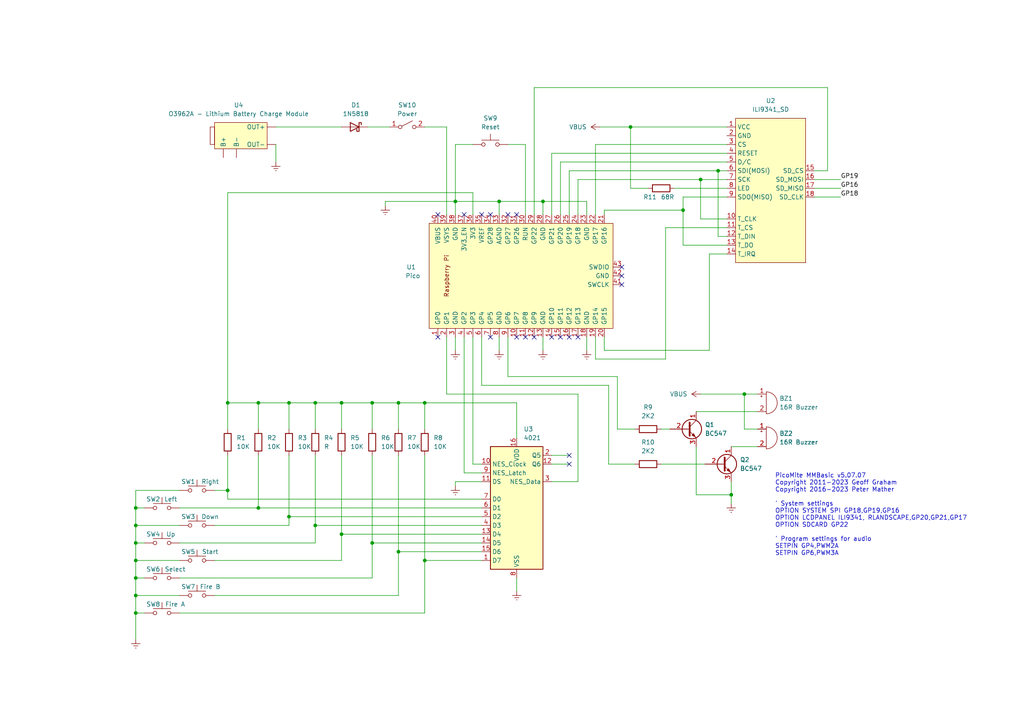
<source format=kicad_sch>
(kicad_sch (version 20211123) (generator eeschema)

  (uuid 41e39f91-32f4-4b3e-bda6-f68e0da5ecbf)

  (paper "A4")

  (title_block
    (title "PicoGAME LCD - Mk1")
    (date "2023-03-03")
    (rev "0.1.2")
    (company "www.sockpuppetstudios.com")
    (comment 1 "Addtional help by @Volhout and others on www.thebackshed.com")
    (comment 2 "Much of the design blagged from the \"PicoMite Backpack\" by @Mixtel90")
    (comment 3 "By Thomas H. Williams (@thwill)")
  )

  (lib_symbols
    (symbol "4xxx:4021" (in_bom yes) (on_board yes)
      (property "Reference" "U?" (id 0) (at 2.0194 22.86 0)
        (effects (font (size 1.27 1.27)) (justify left))
      )
      (property "Value" "4021" (id 1) (at 2.0194 20.32 0)
        (effects (font (size 1.27 1.27)) (justify left))
      )
      (property "Footprint" "" (id 2) (at 0 3.81 0)
        (effects (font (size 1.27 1.27)) hide)
      )
      (property "Datasheet" "https://assets.nexperia.com/documents/data-sheet/HEF4021B.pdf" (id 3) (at 0 3.81 0)
        (effects (font (size 1.27 1.27)) hide)
      )
      (property "ki_keywords" "shift register SR PISO" (id 4) (at 0 0 0)
        (effects (font (size 1.27 1.27)) hide)
      )
      (property "ki_description" "8-bit static shift register" (id 5) (at 0 0 0)
        (effects (font (size 1.27 1.27)) hide)
      )
      (property "ki_fp_filters" "DIP*W7.62mm* SOIC*3.9x9.9mm*P1.27mm* TSSOP*4.4x5mm*P0.65mm* SOIC*5.3x10.2mm*P1.27mm*" (id 6) (at 0 0 0)
        (effects (font (size 1.27 1.27)) hide)
      )
      (symbol "4021_0_1"
        (rectangle (start -7.62 17.78) (end 7.62 -17.78)
          (stroke (width 0.254) (type default) (color 0 0 0 0))
          (fill (type background))
        )
      )
      (symbol "4021_1_1"
        (pin input line (at -10.16 -15.24 0) (length 2.54)
          (name "D7" (effects (font (size 1.27 1.27))))
          (number "1" (effects (font (size 1.27 1.27))))
        )
        (pin input line (at -10.16 12.7 0) (length 2.54)
          (name "NES_Clock" (effects (font (size 1.27 1.27))))
          (number "10" (effects (font (size 1.27 1.27))))
        )
        (pin input line (at -10.16 7.62 0) (length 2.54)
          (name "DS" (effects (font (size 1.27 1.27))))
          (number "11" (effects (font (size 1.27 1.27))))
        )
        (pin output line (at 10.16 12.7 180) (length 2.54)
          (name "Q6" (effects (font (size 1.27 1.27))))
          (number "12" (effects (font (size 1.27 1.27))))
        )
        (pin input line (at -10.16 -7.62 0) (length 2.54)
          (name "D4" (effects (font (size 1.27 1.27))))
          (number "13" (effects (font (size 1.27 1.27))))
        )
        (pin input line (at -10.16 -10.16 0) (length 2.54)
          (name "D5" (effects (font (size 1.27 1.27))))
          (number "14" (effects (font (size 1.27 1.27))))
        )
        (pin input line (at -10.16 -12.7 0) (length 2.54)
          (name "D6" (effects (font (size 1.27 1.27))))
          (number "15" (effects (font (size 1.27 1.27))))
        )
        (pin power_in line (at 0 20.32 270) (length 2.54)
          (name "VDD" (effects (font (size 1.27 1.27))))
          (number "16" (effects (font (size 1.27 1.27))))
        )
        (pin output line (at 10.16 15.24 180) (length 2.54)
          (name "Q5" (effects (font (size 1.27 1.27))))
          (number "2" (effects (font (size 1.27 1.27))))
        )
        (pin output line (at 10.16 7.62 180) (length 2.54)
          (name "NES_Data" (effects (font (size 1.27 1.27))))
          (number "3" (effects (font (size 1.27 1.27))))
        )
        (pin input line (at -10.16 -5.08 0) (length 2.54)
          (name "D3" (effects (font (size 1.27 1.27))))
          (number "4" (effects (font (size 1.27 1.27))))
        )
        (pin input line (at -10.16 -2.54 0) (length 2.54)
          (name "D2" (effects (font (size 1.27 1.27))))
          (number "5" (effects (font (size 1.27 1.27))))
        )
        (pin input line (at -10.16 0 0) (length 2.54)
          (name "D1" (effects (font (size 1.27 1.27))))
          (number "6" (effects (font (size 1.27 1.27))))
        )
        (pin input line (at -10.16 2.54 0) (length 2.54)
          (name "D0" (effects (font (size 1.27 1.27))))
          (number "7" (effects (font (size 1.27 1.27))))
        )
        (pin power_in line (at 0 -20.32 90) (length 2.54)
          (name "VSS" (effects (font (size 1.27 1.27))))
          (number "8" (effects (font (size 1.27 1.27))))
        )
        (pin input line (at -10.16 10.16 0) (length 2.54)
          (name "NES_Latch" (effects (font (size 1.27 1.27))))
          (number "9" (effects (font (size 1.27 1.27))))
        )
      )
    )
    (symbol "Device:Buzzer" (pin_names (offset 0.0254) hide) (in_bom yes) (on_board yes)
      (property "Reference" "BZ" (id 0) (at 3.81 1.27 0)
        (effects (font (size 1.27 1.27)) (justify left))
      )
      (property "Value" "Buzzer" (id 1) (at 3.81 -1.27 0)
        (effects (font (size 1.27 1.27)) (justify left))
      )
      (property "Footprint" "" (id 2) (at -0.635 2.54 90)
        (effects (font (size 1.27 1.27)) hide)
      )
      (property "Datasheet" "~" (id 3) (at -0.635 2.54 90)
        (effects (font (size 1.27 1.27)) hide)
      )
      (property "ki_keywords" "quartz resonator ceramic" (id 4) (at 0 0 0)
        (effects (font (size 1.27 1.27)) hide)
      )
      (property "ki_description" "Buzzer, polarized" (id 5) (at 0 0 0)
        (effects (font (size 1.27 1.27)) hide)
      )
      (property "ki_fp_filters" "*Buzzer*" (id 6) (at 0 0 0)
        (effects (font (size 1.27 1.27)) hide)
      )
      (symbol "Buzzer_0_1"
        (arc (start 0 -3.175) (mid 3.175 0) (end 0 3.175)
          (stroke (width 0) (type default) (color 0 0 0 0))
          (fill (type none))
        )
        (polyline
          (pts
            (xy -1.651 1.905)
            (xy -1.143 1.905)
          )
          (stroke (width 0) (type default) (color 0 0 0 0))
          (fill (type none))
        )
        (polyline
          (pts
            (xy -1.397 2.159)
            (xy -1.397 1.651)
          )
          (stroke (width 0) (type default) (color 0 0 0 0))
          (fill (type none))
        )
        (polyline
          (pts
            (xy 0 3.175)
            (xy 0 -3.175)
          )
          (stroke (width 0) (type default) (color 0 0 0 0))
          (fill (type none))
        )
      )
      (symbol "Buzzer_1_1"
        (pin passive line (at -2.54 2.54 0) (length 2.54)
          (name "-" (effects (font (size 1.27 1.27))))
          (number "1" (effects (font (size 1.27 1.27))))
        )
        (pin passive line (at -2.54 -2.54 0) (length 2.54)
          (name "+" (effects (font (size 1.27 1.27))))
          (number "2" (effects (font (size 1.27 1.27))))
        )
      )
    )
    (symbol "Device:R" (pin_numbers hide) (pin_names (offset 0)) (in_bom yes) (on_board yes)
      (property "Reference" "R" (id 0) (at 2.032 0 90)
        (effects (font (size 1.27 1.27)))
      )
      (property "Value" "R" (id 1) (at 0 0 90)
        (effects (font (size 1.27 1.27)))
      )
      (property "Footprint" "" (id 2) (at -1.778 0 90)
        (effects (font (size 1.27 1.27)) hide)
      )
      (property "Datasheet" "~" (id 3) (at 0 0 0)
        (effects (font (size 1.27 1.27)) hide)
      )
      (property "ki_keywords" "R res resistor" (id 4) (at 0 0 0)
        (effects (font (size 1.27 1.27)) hide)
      )
      (property "ki_description" "Resistor" (id 5) (at 0 0 0)
        (effects (font (size 1.27 1.27)) hide)
      )
      (property "ki_fp_filters" "R_*" (id 6) (at 0 0 0)
        (effects (font (size 1.27 1.27)) hide)
      )
      (symbol "R_0_1"
        (rectangle (start -1.016 -2.54) (end 1.016 2.54)
          (stroke (width 0.254) (type default) (color 0 0 0 0))
          (fill (type none))
        )
      )
      (symbol "R_1_1"
        (pin passive line (at 0 3.81 270) (length 1.27)
          (name "~" (effects (font (size 1.27 1.27))))
          (number "1" (effects (font (size 1.27 1.27))))
        )
        (pin passive line (at 0 -3.81 90) (length 1.27)
          (name "~" (effects (font (size 1.27 1.27))))
          (number "2" (effects (font (size 1.27 1.27))))
        )
      )
    )
    (symbol "Diode:1N5818" (pin_numbers hide) (pin_names (offset 1.016) hide) (in_bom yes) (on_board yes)
      (property "Reference" "D" (id 0) (at 0 2.54 0)
        (effects (font (size 1.27 1.27)))
      )
      (property "Value" "1N5818" (id 1) (at 0 -2.54 0)
        (effects (font (size 1.27 1.27)))
      )
      (property "Footprint" "Diode_THT:D_DO-41_SOD81_P10.16mm_Horizontal" (id 2) (at 0 -4.445 0)
        (effects (font (size 1.27 1.27)) hide)
      )
      (property "Datasheet" "http://www.vishay.com/docs/88525/1n5817.pdf" (id 3) (at 0 0 0)
        (effects (font (size 1.27 1.27)) hide)
      )
      (property "ki_keywords" "diode Schottky" (id 4) (at 0 0 0)
        (effects (font (size 1.27 1.27)) hide)
      )
      (property "ki_description" "30V 1A Schottky Barrier Rectifier Diode, DO-41" (id 5) (at 0 0 0)
        (effects (font (size 1.27 1.27)) hide)
      )
      (property "ki_fp_filters" "D*DO?41*" (id 6) (at 0 0 0)
        (effects (font (size 1.27 1.27)) hide)
      )
      (symbol "1N5818_0_1"
        (polyline
          (pts
            (xy 1.27 0)
            (xy -1.27 0)
          )
          (stroke (width 0) (type default) (color 0 0 0 0))
          (fill (type none))
        )
        (polyline
          (pts
            (xy 1.27 1.27)
            (xy 1.27 -1.27)
            (xy -1.27 0)
            (xy 1.27 1.27)
          )
          (stroke (width 0.254) (type default) (color 0 0 0 0))
          (fill (type none))
        )
        (polyline
          (pts
            (xy -1.905 0.635)
            (xy -1.905 1.27)
            (xy -1.27 1.27)
            (xy -1.27 -1.27)
            (xy -0.635 -1.27)
            (xy -0.635 -0.635)
          )
          (stroke (width 0.254) (type default) (color 0 0 0 0))
          (fill (type none))
        )
      )
      (symbol "1N5818_1_1"
        (pin passive line (at -3.81 0 0) (length 2.54)
          (name "K" (effects (font (size 1.27 1.27))))
          (number "1" (effects (font (size 1.27 1.27))))
        )
        (pin passive line (at 3.81 0 180) (length 2.54)
          (name "A" (effects (font (size 1.27 1.27))))
          (number "2" (effects (font (size 1.27 1.27))))
        )
      )
    )
    (symbol "MCU_RaspberryPi_and_Boards:Pico" (pin_names (offset 1.016)) (in_bom yes) (on_board yes)
      (property "Reference" "U1" (id 0) (at -27.94 1.2701 90)
        (effects (font (size 1.27 1.27)) (justify left))
      )
      (property "Value" "Pico" (id 1) (at -27.94 -1.2699 90)
        (effects (font (size 1.27 1.27)) (justify left))
      )
      (property "Footprint" "RPi_Pico:RPi_Pico_SMD_TH" (id 2) (at 0 0 90)
        (effects (font (size 1.27 1.27)) hide)
      )
      (property "Datasheet" "" (id 3) (at 0 0 0)
        (effects (font (size 1.27 1.27)) hide)
      )
      (symbol "Pico_0_0"
        (text "Raspberry Pi" (at 0 21.59 0)
          (effects (font (size 1.27 1.27)))
        )
      )
      (symbol "Pico_0_1"
        (rectangle (start -15.24 26.67) (end 15.24 -26.67)
          (stroke (width 0) (type default) (color 0 0 0 0))
          (fill (type background))
        )
      )
      (symbol "Pico_1_1"
        (pin bidirectional line (at -17.78 24.13 0) (length 2.54)
          (name "GP0" (effects (font (size 1.27 1.27))))
          (number "1" (effects (font (size 1.27 1.27))))
        )
        (pin bidirectional line (at -17.78 1.27 0) (length 2.54)
          (name "GP7" (effects (font (size 1.27 1.27))))
          (number "10" (effects (font (size 1.27 1.27))))
        )
        (pin bidirectional line (at -17.78 -1.27 0) (length 2.54)
          (name "GP8" (effects (font (size 1.27 1.27))))
          (number "11" (effects (font (size 1.27 1.27))))
        )
        (pin bidirectional line (at -17.78 -3.81 0) (length 2.54)
          (name "GP9" (effects (font (size 1.27 1.27))))
          (number "12" (effects (font (size 1.27 1.27))))
        )
        (pin power_in line (at -17.78 -6.35 0) (length 2.54)
          (name "GND" (effects (font (size 1.27 1.27))))
          (number "13" (effects (font (size 1.27 1.27))))
        )
        (pin bidirectional line (at -17.78 -8.89 0) (length 2.54)
          (name "GP10" (effects (font (size 1.27 1.27))))
          (number "14" (effects (font (size 1.27 1.27))))
        )
        (pin bidirectional line (at -17.78 -11.43 0) (length 2.54)
          (name "GP11" (effects (font (size 1.27 1.27))))
          (number "15" (effects (font (size 1.27 1.27))))
        )
        (pin bidirectional line (at -17.78 -13.97 0) (length 2.54)
          (name "GP12" (effects (font (size 1.27 1.27))))
          (number "16" (effects (font (size 1.27 1.27))))
        )
        (pin bidirectional line (at -17.78 -16.51 0) (length 2.54)
          (name "GP13" (effects (font (size 1.27 1.27))))
          (number "17" (effects (font (size 1.27 1.27))))
        )
        (pin power_in line (at -17.78 -19.05 0) (length 2.54)
          (name "GND" (effects (font (size 1.27 1.27))))
          (number "18" (effects (font (size 1.27 1.27))))
        )
        (pin bidirectional line (at -17.78 -21.59 0) (length 2.54)
          (name "GP14" (effects (font (size 1.27 1.27))))
          (number "19" (effects (font (size 1.27 1.27))))
        )
        (pin bidirectional line (at -17.78 21.59 0) (length 2.54)
          (name "GP1" (effects (font (size 1.27 1.27))))
          (number "2" (effects (font (size 1.27 1.27))))
        )
        (pin bidirectional line (at -17.78 -24.13 0) (length 2.54)
          (name "GP15" (effects (font (size 1.27 1.27))))
          (number "20" (effects (font (size 1.27 1.27))))
        )
        (pin bidirectional line (at 17.78 -24.13 180) (length 2.54)
          (name "GP16" (effects (font (size 1.27 1.27))))
          (number "21" (effects (font (size 1.27 1.27))))
        )
        (pin bidirectional line (at 17.78 -21.59 180) (length 2.54)
          (name "GP17" (effects (font (size 1.27 1.27))))
          (number "22" (effects (font (size 1.27 1.27))))
        )
        (pin power_in line (at 17.78 -19.05 180) (length 2.54)
          (name "GND" (effects (font (size 1.27 1.27))))
          (number "23" (effects (font (size 1.27 1.27))))
        )
        (pin bidirectional line (at 17.78 -16.51 180) (length 2.54)
          (name "GP18" (effects (font (size 1.27 1.27))))
          (number "24" (effects (font (size 1.27 1.27))))
        )
        (pin bidirectional line (at 17.78 -13.97 180) (length 2.54)
          (name "GP19" (effects (font (size 1.27 1.27))))
          (number "25" (effects (font (size 1.27 1.27))))
        )
        (pin bidirectional line (at 17.78 -11.43 180) (length 2.54)
          (name "GP20" (effects (font (size 1.27 1.27))))
          (number "26" (effects (font (size 1.27 1.27))))
        )
        (pin bidirectional line (at 17.78 -8.89 180) (length 2.54)
          (name "GP21" (effects (font (size 1.27 1.27))))
          (number "27" (effects (font (size 1.27 1.27))))
        )
        (pin power_in line (at 17.78 -6.35 180) (length 2.54)
          (name "GND" (effects (font (size 1.27 1.27))))
          (number "28" (effects (font (size 1.27 1.27))))
        )
        (pin bidirectional line (at 17.78 -3.81 180) (length 2.54)
          (name "GP22" (effects (font (size 1.27 1.27))))
          (number "29" (effects (font (size 1.27 1.27))))
        )
        (pin power_in line (at -17.78 19.05 0) (length 2.54)
          (name "GND" (effects (font (size 1.27 1.27))))
          (number "3" (effects (font (size 1.27 1.27))))
        )
        (pin input line (at 17.78 -1.27 180) (length 2.54)
          (name "RUN" (effects (font (size 1.27 1.27))))
          (number "30" (effects (font (size 1.27 1.27))))
        )
        (pin bidirectional line (at 17.78 1.27 180) (length 2.54)
          (name "GP26" (effects (font (size 1.27 1.27))))
          (number "31" (effects (font (size 1.27 1.27))))
        )
        (pin bidirectional line (at 17.78 3.81 180) (length 2.54)
          (name "GP27" (effects (font (size 1.27 1.27))))
          (number "32" (effects (font (size 1.27 1.27))))
        )
        (pin power_in line (at 17.78 6.35 180) (length 2.54)
          (name "AGND" (effects (font (size 1.27 1.27))))
          (number "33" (effects (font (size 1.27 1.27))))
        )
        (pin bidirectional line (at 17.78 8.89 180) (length 2.54)
          (name "GP28" (effects (font (size 1.27 1.27))))
          (number "34" (effects (font (size 1.27 1.27))))
        )
        (pin unspecified line (at 17.78 11.43 180) (length 2.54)
          (name "VREF" (effects (font (size 1.27 1.27))))
          (number "35" (effects (font (size 1.27 1.27))))
        )
        (pin unspecified line (at 17.78 13.97 180) (length 2.54)
          (name "3V3" (effects (font (size 1.27 1.27))))
          (number "36" (effects (font (size 1.27 1.27))))
        )
        (pin input line (at 17.78 16.51 180) (length 2.54)
          (name "3V3_EN" (effects (font (size 1.27 1.27))))
          (number "37" (effects (font (size 1.27 1.27))))
        )
        (pin bidirectional line (at 17.78 19.05 180) (length 2.54)
          (name "GND" (effects (font (size 1.27 1.27))))
          (number "38" (effects (font (size 1.27 1.27))))
        )
        (pin unspecified line (at 17.78 21.59 180) (length 2.54)
          (name "VSYS" (effects (font (size 1.27 1.27))))
          (number "39" (effects (font (size 1.27 1.27))))
        )
        (pin bidirectional line (at -17.78 16.51 0) (length 2.54)
          (name "GP2" (effects (font (size 1.27 1.27))))
          (number "4" (effects (font (size 1.27 1.27))))
        )
        (pin unspecified line (at 17.78 24.13 180) (length 2.54)
          (name "VBUS" (effects (font (size 1.27 1.27))))
          (number "40" (effects (font (size 1.27 1.27))))
        )
        (pin input line (at -2.54 -29.21 90) (length 2.54)
          (name "SWCLK" (effects (font (size 1.27 1.27))))
          (number "41" (effects (font (size 1.27 1.27))))
        )
        (pin power_in line (at 0 -29.21 90) (length 2.54)
          (name "GND" (effects (font (size 1.27 1.27))))
          (number "42" (effects (font (size 1.27 1.27))))
        )
        (pin bidirectional line (at 2.54 -29.21 90) (length 2.54)
          (name "SWDIO" (effects (font (size 1.27 1.27))))
          (number "43" (effects (font (size 1.27 1.27))))
        )
        (pin bidirectional line (at -17.78 13.97 0) (length 2.54)
          (name "GP3" (effects (font (size 1.27 1.27))))
          (number "5" (effects (font (size 1.27 1.27))))
        )
        (pin bidirectional line (at -17.78 11.43 0) (length 2.54)
          (name "GP4" (effects (font (size 1.27 1.27))))
          (number "6" (effects (font (size 1.27 1.27))))
        )
        (pin bidirectional line (at -17.78 8.89 0) (length 2.54)
          (name "GP5" (effects (font (size 1.27 1.27))))
          (number "7" (effects (font (size 1.27 1.27))))
        )
        (pin power_in line (at -17.78 6.35 0) (length 2.54)
          (name "GND" (effects (font (size 1.27 1.27))))
          (number "8" (effects (font (size 1.27 1.27))))
        )
        (pin bidirectional line (at -17.78 3.81 0) (length 2.54)
          (name "GP6" (effects (font (size 1.27 1.27))))
          (number "9" (effects (font (size 1.27 1.27))))
        )
      )
    )
    (symbol "Switch:SW_Push" (pin_numbers hide) (pin_names (offset 1.016) hide) (in_bom yes) (on_board yes)
      (property "Reference" "SW" (id 0) (at 1.27 2.54 0)
        (effects (font (size 1.27 1.27)) (justify left))
      )
      (property "Value" "SW_Push" (id 1) (at 0 -1.524 0)
        (effects (font (size 1.27 1.27)))
      )
      (property "Footprint" "" (id 2) (at 0 5.08 0)
        (effects (font (size 1.27 1.27)) hide)
      )
      (property "Datasheet" "~" (id 3) (at 0 5.08 0)
        (effects (font (size 1.27 1.27)) hide)
      )
      (property "ki_keywords" "switch normally-open pushbutton push-button" (id 4) (at 0 0 0)
        (effects (font (size 1.27 1.27)) hide)
      )
      (property "ki_description" "Push button switch, generic, two pins" (id 5) (at 0 0 0)
        (effects (font (size 1.27 1.27)) hide)
      )
      (symbol "SW_Push_0_1"
        (circle (center -2.032 0) (radius 0.508)
          (stroke (width 0) (type default) (color 0 0 0 0))
          (fill (type none))
        )
        (polyline
          (pts
            (xy 0 1.27)
            (xy 0 3.048)
          )
          (stroke (width 0) (type default) (color 0 0 0 0))
          (fill (type none))
        )
        (polyline
          (pts
            (xy 2.54 1.27)
            (xy -2.54 1.27)
          )
          (stroke (width 0) (type default) (color 0 0 0 0))
          (fill (type none))
        )
        (circle (center 2.032 0) (radius 0.508)
          (stroke (width 0) (type default) (color 0 0 0 0))
          (fill (type none))
        )
        (pin passive line (at -5.08 0 0) (length 2.54)
          (name "1" (effects (font (size 1.27 1.27))))
          (number "1" (effects (font (size 1.27 1.27))))
        )
        (pin passive line (at 5.08 0 180) (length 2.54)
          (name "2" (effects (font (size 1.27 1.27))))
          (number "2" (effects (font (size 1.27 1.27))))
        )
      )
    )
    (symbol "Switch:SW_SPST" (pin_names (offset 0) hide) (in_bom yes) (on_board yes)
      (property "Reference" "SW" (id 0) (at 0 3.175 0)
        (effects (font (size 1.27 1.27)))
      )
      (property "Value" "SW_SPST" (id 1) (at 0 -2.54 0)
        (effects (font (size 1.27 1.27)))
      )
      (property "Footprint" "" (id 2) (at 0 0 0)
        (effects (font (size 1.27 1.27)) hide)
      )
      (property "Datasheet" "~" (id 3) (at 0 0 0)
        (effects (font (size 1.27 1.27)) hide)
      )
      (property "ki_keywords" "switch lever" (id 4) (at 0 0 0)
        (effects (font (size 1.27 1.27)) hide)
      )
      (property "ki_description" "Single Pole Single Throw (SPST) switch" (id 5) (at 0 0 0)
        (effects (font (size 1.27 1.27)) hide)
      )
      (symbol "SW_SPST_0_0"
        (circle (center -2.032 0) (radius 0.508)
          (stroke (width 0) (type default) (color 0 0 0 0))
          (fill (type none))
        )
        (polyline
          (pts
            (xy -1.524 0.254)
            (xy 1.524 1.778)
          )
          (stroke (width 0) (type default) (color 0 0 0 0))
          (fill (type none))
        )
        (circle (center 2.032 0) (radius 0.508)
          (stroke (width 0) (type default) (color 0 0 0 0))
          (fill (type none))
        )
      )
      (symbol "SW_SPST_1_1"
        (pin passive line (at -5.08 0 0) (length 2.54)
          (name "A" (effects (font (size 1.27 1.27))))
          (number "1" (effects (font (size 1.27 1.27))))
        )
        (pin passive line (at 5.08 0 180) (length 2.54)
          (name "B" (effects (font (size 1.27 1.27))))
          (number "2" (effects (font (size 1.27 1.27))))
        )
      )
    )
    (symbol "Transistor_BJT:BC547" (pin_names (offset 0) hide) (in_bom yes) (on_board yes)
      (property "Reference" "Q" (id 0) (at 5.08 1.905 0)
        (effects (font (size 1.27 1.27)) (justify left))
      )
      (property "Value" "BC547" (id 1) (at 5.08 0 0)
        (effects (font (size 1.27 1.27)) (justify left))
      )
      (property "Footprint" "Package_TO_SOT_THT:TO-92_Inline" (id 2) (at 5.08 -1.905 0)
        (effects (font (size 1.27 1.27) italic) (justify left) hide)
      )
      (property "Datasheet" "https://www.onsemi.com/pub/Collateral/BC550-D.pdf" (id 3) (at 0 0 0)
        (effects (font (size 1.27 1.27)) (justify left) hide)
      )
      (property "ki_keywords" "NPN Transistor" (id 4) (at 0 0 0)
        (effects (font (size 1.27 1.27)) hide)
      )
      (property "ki_description" "0.1A Ic, 45V Vce, Small Signal NPN Transistor, TO-92" (id 5) (at 0 0 0)
        (effects (font (size 1.27 1.27)) hide)
      )
      (property "ki_fp_filters" "TO?92*" (id 6) (at 0 0 0)
        (effects (font (size 1.27 1.27)) hide)
      )
      (symbol "BC547_0_1"
        (polyline
          (pts
            (xy 0 0)
            (xy 0.635 0)
          )
          (stroke (width 0) (type default) (color 0 0 0 0))
          (fill (type none))
        )
        (polyline
          (pts
            (xy 0.635 0.635)
            (xy 2.54 2.54)
          )
          (stroke (width 0) (type default) (color 0 0 0 0))
          (fill (type none))
        )
        (polyline
          (pts
            (xy 0.635 -0.635)
            (xy 2.54 -2.54)
            (xy 2.54 -2.54)
          )
          (stroke (width 0) (type default) (color 0 0 0 0))
          (fill (type none))
        )
        (polyline
          (pts
            (xy 0.635 1.905)
            (xy 0.635 -1.905)
            (xy 0.635 -1.905)
          )
          (stroke (width 0.508) (type default) (color 0 0 0 0))
          (fill (type none))
        )
        (polyline
          (pts
            (xy 1.27 -1.778)
            (xy 1.778 -1.27)
            (xy 2.286 -2.286)
            (xy 1.27 -1.778)
            (xy 1.27 -1.778)
          )
          (stroke (width 0) (type default) (color 0 0 0 0))
          (fill (type outline))
        )
        (circle (center 1.27 0) (radius 2.8194)
          (stroke (width 0.254) (type default) (color 0 0 0 0))
          (fill (type none))
        )
      )
      (symbol "BC547_1_1"
        (pin passive line (at 2.54 5.08 270) (length 2.54)
          (name "C" (effects (font (size 1.27 1.27))))
          (number "1" (effects (font (size 1.27 1.27))))
        )
        (pin input line (at -5.08 0 0) (length 5.08)
          (name "B" (effects (font (size 1.27 1.27))))
          (number "2" (effects (font (size 1.27 1.27))))
        )
        (pin passive line (at 2.54 -5.08 90) (length 2.54)
          (name "E" (effects (font (size 1.27 1.27))))
          (number "3" (effects (font (size 1.27 1.27))))
        )
      )
    )
    (symbol "power:Earth" (power) (pin_names (offset 0)) (in_bom yes) (on_board yes)
      (property "Reference" "#PWR" (id 0) (at 0 -6.35 0)
        (effects (font (size 1.27 1.27)) hide)
      )
      (property "Value" "Earth" (id 1) (at 0 -3.81 0)
        (effects (font (size 1.27 1.27)) hide)
      )
      (property "Footprint" "" (id 2) (at 0 0 0)
        (effects (font (size 1.27 1.27)) hide)
      )
      (property "Datasheet" "~" (id 3) (at 0 0 0)
        (effects (font (size 1.27 1.27)) hide)
      )
      (property "ki_keywords" "global ground gnd" (id 4) (at 0 0 0)
        (effects (font (size 1.27 1.27)) hide)
      )
      (property "ki_description" "Power symbol creates a global label with name \"Earth\"" (id 5) (at 0 0 0)
        (effects (font (size 1.27 1.27)) hide)
      )
      (symbol "Earth_0_1"
        (polyline
          (pts
            (xy -0.635 -1.905)
            (xy 0.635 -1.905)
          )
          (stroke (width 0) (type default) (color 0 0 0 0))
          (fill (type none))
        )
        (polyline
          (pts
            (xy -0.127 -2.54)
            (xy 0.127 -2.54)
          )
          (stroke (width 0) (type default) (color 0 0 0 0))
          (fill (type none))
        )
        (polyline
          (pts
            (xy 0 -1.27)
            (xy 0 0)
          )
          (stroke (width 0) (type default) (color 0 0 0 0))
          (fill (type none))
        )
        (polyline
          (pts
            (xy 1.27 -1.27)
            (xy -1.27 -1.27)
          )
          (stroke (width 0) (type default) (color 0 0 0 0))
          (fill (type none))
        )
      )
      (symbol "Earth_1_1"
        (pin power_in line (at 0 0 270) (length 0) hide
          (name "Earth" (effects (font (size 1.27 1.27))))
          (number "1" (effects (font (size 1.27 1.27))))
        )
      )
    )
    (symbol "thwill:ILI9341_SD" (in_bom yes) (on_board yes)
      (property "Reference" "U?" (id 0) (at 5.08 13.97 0)
        (effects (font (size 1.27 1.27)))
      )
      (property "Value" "ILI9341_SD" (id 1) (at 5.08 11.43 0)
        (effects (font (size 1.27 1.27)))
      )
      (property "Footprint" "" (id 2) (at 0 12.7 0)
        (effects (font (size 1.27 1.27)) hide)
      )
      (property "Datasheet" "" (id 3) (at 0 12.7 0)
        (effects (font (size 1.27 1.27)) hide)
      )
      (symbol "ILI9341_SD_0_1"
        (rectangle (start -5.08 8.89) (end 15.24 -33.02)
          (stroke (width 0) (type default) (color 0 0 0 0))
          (fill (type background))
        )
      )
      (symbol "ILI9341_SD_1_1"
        (pin power_in line (at -7.62 6.35 0) (length 2.54)
          (name "VCC" (effects (font (size 1.27 1.27))))
          (number "1" (effects (font (size 1.27 1.27))))
        )
        (pin input line (at -7.62 -20.32 0) (length 2.54)
          (name "T_CLK" (effects (font (size 1.27 1.27))))
          (number "10" (effects (font (size 1.27 1.27))))
        )
        (pin input line (at -7.62 -22.86 0) (length 2.54)
          (name "T_CS" (effects (font (size 1.27 1.27))))
          (number "11" (effects (font (size 1.27 1.27))))
        )
        (pin input line (at -7.62 -25.4 0) (length 2.54)
          (name "T_DIN" (effects (font (size 1.27 1.27))))
          (number "12" (effects (font (size 1.27 1.27))))
        )
        (pin output line (at -7.62 -27.94 0) (length 2.54)
          (name "T_DO" (effects (font (size 1.27 1.27))))
          (number "13" (effects (font (size 1.27 1.27))))
        )
        (pin output line (at -7.62 -30.48 0) (length 2.54)
          (name "T_IRQ" (effects (font (size 1.27 1.27))))
          (number "14" (effects (font (size 1.27 1.27))))
        )
        (pin input line (at 17.78 -6.35 180) (length 2.54)
          (name "SD_CS" (effects (font (size 1.27 1.27))))
          (number "15" (effects (font (size 1.27 1.27))))
        )
        (pin input line (at 17.78 -8.89 180) (length 2.54)
          (name "SD_MOSI" (effects (font (size 1.27 1.27))))
          (number "16" (effects (font (size 1.27 1.27))))
        )
        (pin output line (at 17.78 -11.43 180) (length 2.54)
          (name "SD_MISO" (effects (font (size 1.27 1.27))))
          (number "17" (effects (font (size 1.27 1.27))))
        )
        (pin input line (at 17.78 -13.97 180) (length 2.54)
          (name "SD_CLK" (effects (font (size 1.27 1.27))))
          (number "18" (effects (font (size 1.27 1.27))))
        )
        (pin power_out line (at -7.62 3.81 0) (length 2.54)
          (name "GND" (effects (font (size 1.27 1.27))))
          (number "2" (effects (font (size 1.27 1.27))))
        )
        (pin input line (at -7.62 1.27 0) (length 2.54)
          (name "CS" (effects (font (size 1.27 1.27))))
          (number "3" (effects (font (size 1.27 1.27))))
        )
        (pin input line (at -7.62 -1.27 0) (length 2.54)
          (name "RESET" (effects (font (size 1.27 1.27))))
          (number "4" (effects (font (size 1.27 1.27))))
        )
        (pin input line (at -7.62 -3.81 0) (length 2.54)
          (name "D/C" (effects (font (size 1.27 1.27))))
          (number "5" (effects (font (size 1.27 1.27))))
        )
        (pin input line (at -7.62 -6.35 0) (length 2.54)
          (name "SDI(MOSI)" (effects (font (size 1.27 1.27))))
          (number "6" (effects (font (size 1.27 1.27))))
        )
        (pin input line (at -7.62 -8.89 0) (length 2.54)
          (name "SCK" (effects (font (size 1.27 1.27))))
          (number "7" (effects (font (size 1.27 1.27))))
        )
        (pin input line (at -7.62 -11.43 0) (length 2.54)
          (name "LED" (effects (font (size 1.27 1.27))))
          (number "8" (effects (font (size 1.27 1.27))))
        )
        (pin output line (at -7.62 -13.97 0) (length 2.54)
          (name "SDO(MISO)" (effects (font (size 1.27 1.27))))
          (number "9" (effects (font (size 1.27 1.27))))
        )
      )
    )
    (symbol "thwill:O3962A" (in_bom yes) (on_board yes)
      (property "Reference" "U" (id 0) (at -3.81 5.08 0)
        (effects (font (size 1.27 1.27)))
      )
      (property "Value" "O3962A" (id 1) (at -3.81 7.62 0)
        (effects (font (size 1.27 1.27)))
      )
      (property "Footprint" "" (id 2) (at 0 0 0)
        (effects (font (size 1.27 1.27)) hide)
      )
      (property "Datasheet" "" (id 3) (at 0 0 0)
        (effects (font (size 1.27 1.27)) hide)
      )
      (symbol "O3962A_0_1"
        (rectangle (start -7.62 0) (end -6.35 -5.08)
          (stroke (width 0) (type default) (color 0 0 0 0))
          (fill (type none))
        )
        (rectangle (start -6.35 1.27) (end 8.89 -6.35)
          (stroke (width 0) (type default) (color 0 0 0 0))
          (fill (type background))
        )
      )
      (symbol "O3962A_1_1"
        (pin power_in line (at -3.81 -8.89 90) (length 2.54)
          (name "B+" (effects (font (size 1.27 1.27))))
          (number "" (effects (font (size 1.27 1.27))))
        )
        (pin power_out line (at 0 -8.89 90) (length 2.54)
          (name "B-" (effects (font (size 1.27 1.27))))
          (number "" (effects (font (size 1.27 1.27))))
        )
        (pin power_out line (at 11.43 0 180) (length 2.54)
          (name "OUT+" (effects (font (size 1.27 1.27))))
          (number "" (effects (font (size 1.27 1.27))))
        )
        (pin power_in line (at 11.43 -5.08 180) (length 2.54)
          (name "OUT-" (effects (font (size 1.27 1.27))))
          (number "" (effects (font (size 1.27 1.27))))
        )
      )
    )
    (symbol "thwill:VSYS" (power) (pin_names (offset 0)) (in_bom yes) (on_board yes)
      (property "Reference" "#PWR" (id 0) (at 0 -3.81 0)
        (effects (font (size 1.27 1.27)) hide)
      )
      (property "Value" "VSYS" (id 1) (at 0 3.81 0)
        (effects (font (size 1.27 1.27)))
      )
      (property "Footprint" "" (id 2) (at 0 0 0)
        (effects (font (size 1.27 1.27)) hide)
      )
      (property "Datasheet" "" (id 3) (at 0 0 0)
        (effects (font (size 1.27 1.27)) hide)
      )
      (property "ki_keywords" "global power" (id 4) (at 0 0 0)
        (effects (font (size 1.27 1.27)) hide)
      )
      (property "ki_description" "Power symbol creates a global label with name \"VBUS\"" (id 5) (at 0 0 0)
        (effects (font (size 1.27 1.27)) hide)
      )
      (symbol "VSYS_0_1"
        (polyline
          (pts
            (xy -0.762 1.27)
            (xy 0 2.54)
          )
          (stroke (width 0) (type default) (color 0 0 0 0))
          (fill (type none))
        )
        (polyline
          (pts
            (xy 0 0)
            (xy 0 2.54)
          )
          (stroke (width 0) (type default) (color 0 0 0 0))
          (fill (type none))
        )
        (polyline
          (pts
            (xy 0 2.54)
            (xy 0.762 1.27)
          )
          (stroke (width 0) (type default) (color 0 0 0 0))
          (fill (type none))
        )
      )
      (symbol "VSYS_1_1"
        (pin power_in line (at 0 0 90) (length 0) hide
          (name "VBUS" (effects (font (size 1.27 1.27))))
          (number "1" (effects (font (size 1.27 1.27))))
        )
      )
    )
  )

  (junction (at 132.08 58.42) (diameter 0) (color 0 0 0 0)
    (uuid 00e85b2a-3ee2-40e4-9d09-693b1851532e)
  )
  (junction (at 74.93 147.32) (diameter 0) (color 0 0 0 0)
    (uuid 056b5894-3839-4460-acc5-ec19d56dad8d)
  )
  (junction (at 39.37 147.32) (diameter 0) (color 0 0 0 0)
    (uuid 1623ca91-b64f-4fc7-a1c0-59a05f64f5b0)
  )
  (junction (at 123.19 162.56) (diameter 0) (color 0 0 0 0)
    (uuid 172a160a-5957-4967-9619-da59ad39815e)
  )
  (junction (at 115.57 116.84) (diameter 0) (color 0 0 0 0)
    (uuid 18ad71b6-b271-4f64-abfd-51d5199550ff)
  )
  (junction (at 215.9 114.3) (diameter 0) (color 0 0 0 0)
    (uuid 19db32db-2cf8-4bd3-a7a5-366c707ce078)
  )
  (junction (at 144.78 58.42) (diameter 0) (color 0 0 0 0)
    (uuid 2773be42-39d7-493f-8a54-27a55970d553)
  )
  (junction (at 66.04 116.84) (diameter 0) (color 0 0 0 0)
    (uuid 2b8e8550-68f4-47b3-8405-5e97dfd3119d)
  )
  (junction (at 208.28 49.53) (diameter 0) (color 0 0 0 0)
    (uuid 2ce27e10-6580-4e72-86e3-b9c9204f91d0)
  )
  (junction (at 91.44 152.4) (diameter 0) (color 0 0 0 0)
    (uuid 35866e7b-52b1-46cd-a811-7deb63270163)
  )
  (junction (at 83.82 116.84) (diameter 0) (color 0 0 0 0)
    (uuid 3811dba0-6fbb-44b4-a098-bcffc381b0ca)
  )
  (junction (at 39.37 152.4) (diameter 0) (color 0 0 0 0)
    (uuid 3b456f6d-bbda-47b6-a646-391b2c2cbcab)
  )
  (junction (at 203.2 52.07) (diameter 0) (color 0 0 0 0)
    (uuid 4c594c74-4966-4521-8b3a-5c76f32ddbd1)
  )
  (junction (at 99.06 116.84) (diameter 0) (color 0 0 0 0)
    (uuid 62f6a899-31d7-4fea-862b-e7e83cc8c7b7)
  )
  (junction (at 123.19 116.84) (diameter 0) (color 0 0 0 0)
    (uuid 69340417-c20c-4fd6-b978-54022c913843)
  )
  (junction (at 198.12 60.96) (diameter 0) (color 0 0 0 0)
    (uuid 69936107-e532-432f-9039-76aea9438ae4)
  )
  (junction (at 157.48 58.42) (diameter 0) (color 0 0 0 0)
    (uuid 7d9f4911-c88f-437f-acbb-f7c851189750)
  )
  (junction (at 39.37 162.56) (diameter 0) (color 0 0 0 0)
    (uuid 7f789ebd-0e90-4968-9dd5-d5cc869ef61e)
  )
  (junction (at 39.37 177.8) (diameter 0) (color 0 0 0 0)
    (uuid 8e578a6f-79e4-488a-8d51-2b4aad9923e8)
  )
  (junction (at 66.04 142.24) (diameter 0) (color 0 0 0 0)
    (uuid 9c81f362-fa29-4145-82e3-06e13f90aae1)
  )
  (junction (at 99.06 154.94) (diameter 0) (color 0 0 0 0)
    (uuid b253e8c3-c2b2-4512-b009-2ea461beb5c6)
  )
  (junction (at 115.57 160.02) (diameter 0) (color 0 0 0 0)
    (uuid bcf5b65e-0aa9-4704-beea-5c3c3230d5a0)
  )
  (junction (at 39.37 167.64) (diameter 0) (color 0 0 0 0)
    (uuid bf556013-c9f6-4879-bc0d-c7f3b8d396e1)
  )
  (junction (at 74.93 116.84) (diameter 0) (color 0 0 0 0)
    (uuid c58168ba-0f36-4b60-ace1-b4877e415a18)
  )
  (junction (at 107.95 157.48) (diameter 0) (color 0 0 0 0)
    (uuid de388f05-7bb1-480a-93cb-a30893ef79b9)
  )
  (junction (at 107.95 116.84) (diameter 0) (color 0 0 0 0)
    (uuid df6b11f0-72ff-4c3f-9b39-d0e5d1e0a885)
  )
  (junction (at 39.37 172.72) (diameter 0) (color 0 0 0 0)
    (uuid e675d91b-0947-4202-a3e7-6c4df18864fe)
  )
  (junction (at 212.09 143.51) (diameter 0) (color 0 0 0 0)
    (uuid ebb7220b-e513-4ce3-8fef-3acc09ef8a4d)
  )
  (junction (at 83.82 149.86) (diameter 0) (color 0 0 0 0)
    (uuid ecc06a1a-aadf-4d22-9518-b28e85e26412)
  )
  (junction (at 182.88 36.83) (diameter 0) (color 0 0 0 0)
    (uuid ee89dbf1-3137-4502-86bb-beb090ae3367)
  )
  (junction (at 39.37 157.48) (diameter 0) (color 0 0 0 0)
    (uuid f2edd1ad-2f2c-4735-bb90-e31da323d712)
  )
  (junction (at 91.44 116.84) (diameter 0) (color 0 0 0 0)
    (uuid fb8fa235-9251-4d5e-a0d7-376e870293ed)
  )

  (no_connect (at 160.02 97.79) (uuid 097accf2-3c44-487e-99c1-9cb8af492048))
  (no_connect (at 165.1 134.62) (uuid 1b9170b6-c084-4752-8d63-023fe555a333))
  (no_connect (at 149.86 97.79) (uuid 3abdade8-6d08-45ba-b88a-346afcbf66a6))
  (no_connect (at 180.34 82.55) (uuid 3d57b7de-b0c1-41da-92a5-885b5707f752))
  (no_connect (at 162.56 97.79) (uuid 42127621-020d-4e30-9331-4c2f554692c8))
  (no_connect (at 154.94 97.79) (uuid 585ad1a5-f6e1-4dab-8386-77379adac6b7))
  (no_connect (at 180.34 77.47) (uuid 6bcf9c9d-008a-497b-a0ed-c2613673be09))
  (no_connect (at 180.34 80.01) (uuid 736b6a4b-83c4-4e41-ab5e-b69026dcbd00))
  (no_connect (at 142.24 97.79) (uuid 7dab3f9b-6985-433c-a79c-2df9b8b4ea58))
  (no_connect (at 134.62 62.23) (uuid 840c4566-504b-47ab-a779-7b08b4e87d93))
  (no_connect (at 147.32 62.23) (uuid 94e74911-f367-4f9b-bd8a-d6ccbfdabfb2))
  (no_connect (at 167.64 97.79) (uuid 979f956f-fdc8-4f4c-a460-e5f42849dca4))
  (no_connect (at 165.1 132.08) (uuid 9f2a767d-3c98-4080-8d84-fdf9edbf2fff))
  (no_connect (at 127 97.79) (uuid a5275116-c860-4fa0-8251-030486c3266f))
  (no_connect (at 139.7 62.23) (uuid b1564848-25fe-4724-8d57-e64803d6f89d))
  (no_connect (at 165.1 97.79) (uuid b8bbb61a-69db-48ae-a154-645de1f81bec))
  (no_connect (at 127 62.23) (uuid d62b9cb9-1d9c-4c4d-99b3-f57c5cad2f35))
  (no_connect (at 142.24 62.23) (uuid e52f8742-1feb-4f2b-9fb9-7cce0199c894))
  (no_connect (at 149.86 62.23) (uuid e88bb8d5-a5f8-43a4-98ed-e934fdc88593))
  (no_connect (at 152.4 97.79) (uuid f2095f6a-2edb-43ff-adc8-7ea73cd72454))

  (wire (pts (xy 83.82 132.08) (xy 83.82 149.86))
    (stroke (width 0) (type default) (color 0 0 0 0))
    (uuid 000daa0d-5ff6-4c38-a1bc-b12632e5a917)
  )
  (wire (pts (xy 172.72 97.79) (xy 172.72 104.14))
    (stroke (width 0) (type default) (color 0 0 0 0))
    (uuid 004cb9e5-4740-43eb-9dd7-c302416b4953)
  )
  (wire (pts (xy 173.99 36.83) (xy 182.88 36.83))
    (stroke (width 0) (type default) (color 0 0 0 0))
    (uuid 00ddf1f5-e08e-496a-ada6-c342660c5f61)
  )
  (wire (pts (xy 198.12 60.96) (xy 198.12 57.15))
    (stroke (width 0) (type default) (color 0 0 0 0))
    (uuid 03a62618-6ca1-42a5-aa3c-64a003c8a937)
  )
  (wire (pts (xy 99.06 154.94) (xy 139.7 154.94))
    (stroke (width 0) (type default) (color 0 0 0 0))
    (uuid 06f41aea-a238-472e-bd1e-2afed16672da)
  )
  (wire (pts (xy 99.06 162.56) (xy 99.06 154.94))
    (stroke (width 0) (type default) (color 0 0 0 0))
    (uuid 0a75721f-6a3a-466f-9cca-20c60c3326c7)
  )
  (wire (pts (xy 203.2 52.07) (xy 210.82 52.07))
    (stroke (width 0) (type default) (color 0 0 0 0))
    (uuid 0ade9749-4d1e-41c3-a9a7-6fb81dfba824)
  )
  (wire (pts (xy 176.53 134.62) (xy 184.15 134.62))
    (stroke (width 0) (type default) (color 0 0 0 0))
    (uuid 0e176865-079a-4f12-b63f-19622e22c433)
  )
  (wire (pts (xy 139.7 134.62) (xy 137.16 134.62))
    (stroke (width 0) (type default) (color 0 0 0 0))
    (uuid 0ed2cc32-dbde-46f0-ae36-458c97dc1997)
  )
  (wire (pts (xy 191.77 134.62) (xy 204.47 134.62))
    (stroke (width 0) (type default) (color 0 0 0 0))
    (uuid 10f3fe39-17a1-4101-968d-7a7a29ba45cc)
  )
  (wire (pts (xy 39.37 177.8) (xy 41.91 177.8))
    (stroke (width 0) (type default) (color 0 0 0 0))
    (uuid 128dd1c7-552e-470c-9d67-1fcf14cf0e50)
  )
  (wire (pts (xy 182.88 36.83) (xy 182.88 54.61))
    (stroke (width 0) (type default) (color 0 0 0 0))
    (uuid 138ba3c5-860f-49ad-b14c-1720c2ad300e)
  )
  (wire (pts (xy 83.82 124.46) (xy 83.82 116.84))
    (stroke (width 0) (type default) (color 0 0 0 0))
    (uuid 13ddee9c-4611-4ecb-bae6-aa22830b6282)
  )
  (wire (pts (xy 154.94 25.4) (xy 154.94 62.23))
    (stroke (width 0) (type default) (color 0 0 0 0))
    (uuid 158a4115-a12b-4421-913f-a5a76bce6157)
  )
  (wire (pts (xy 172.72 41.91) (xy 210.82 41.91))
    (stroke (width 0) (type default) (color 0 0 0 0))
    (uuid 162539d0-cca6-4f74-bdc7-53d99e1a2e8c)
  )
  (wire (pts (xy 144.78 58.42) (xy 157.48 58.42))
    (stroke (width 0) (type default) (color 0 0 0 0))
    (uuid 170d05f5-9d1b-4262-98dc-33352aeeea60)
  )
  (wire (pts (xy 129.54 36.83) (xy 129.54 62.23))
    (stroke (width 0) (type default) (color 0 0 0 0))
    (uuid 1848fc17-9e02-481b-9203-cfcddb97e070)
  )
  (wire (pts (xy 99.06 132.08) (xy 99.06 154.94))
    (stroke (width 0) (type default) (color 0 0 0 0))
    (uuid 1881f6de-88f8-46fc-a04d-2c37ac9942a2)
  )
  (wire (pts (xy 99.06 116.84) (xy 99.06 124.46))
    (stroke (width 0) (type default) (color 0 0 0 0))
    (uuid 1952a5a8-5cbe-4ded-bb25-8be51d53f4a9)
  )
  (wire (pts (xy 205.74 73.66) (xy 210.82 73.66))
    (stroke (width 0) (type default) (color 0 0 0 0))
    (uuid 19ce7664-af7b-4d5d-b0e8-0fff78e16194)
  )
  (wire (pts (xy 215.9 114.3) (xy 219.71 114.3))
    (stroke (width 0) (type default) (color 0 0 0 0))
    (uuid 1d3cedd6-12cd-42a0-ae27-b05ac43abf27)
  )
  (wire (pts (xy 115.57 160.02) (xy 115.57 172.72))
    (stroke (width 0) (type default) (color 0 0 0 0))
    (uuid 1e1f262c-dc53-4a25-86d9-9ac48cca1e4c)
  )
  (wire (pts (xy 83.82 149.86) (xy 139.7 149.86))
    (stroke (width 0) (type default) (color 0 0 0 0))
    (uuid 1e504cb6-894c-4354-be67-0fa5ff73919f)
  )
  (wire (pts (xy 236.22 54.61) (xy 243.84 54.61))
    (stroke (width 0) (type default) (color 0 0 0 0))
    (uuid 2082fc97-c582-44ec-ab3f-c60901ddf8db)
  )
  (wire (pts (xy 137.16 97.79) (xy 137.16 134.62))
    (stroke (width 0) (type default) (color 0 0 0 0))
    (uuid 222799ce-b72b-48aa-b883-894187edbf63)
  )
  (wire (pts (xy 52.07 142.24) (xy 39.37 142.24))
    (stroke (width 0) (type default) (color 0 0 0 0))
    (uuid 22b72318-ba50-4ce9-bb9d-b3eac920156f)
  )
  (wire (pts (xy 107.95 157.48) (xy 139.7 157.48))
    (stroke (width 0) (type default) (color 0 0 0 0))
    (uuid 25b660cb-2f89-43aa-8e54-5f2d406f5fcc)
  )
  (wire (pts (xy 205.74 101.6) (xy 205.74 73.66))
    (stroke (width 0) (type default) (color 0 0 0 0))
    (uuid 25fe56c7-6dac-45dd-bbd8-fd596d856f5f)
  )
  (wire (pts (xy 39.37 167.64) (xy 41.91 167.64))
    (stroke (width 0) (type default) (color 0 0 0 0))
    (uuid 26329232-cb7d-4cc8-ade3-2d7c5e7dc41d)
  )
  (wire (pts (xy 219.71 124.46) (xy 215.9 124.46))
    (stroke (width 0) (type default) (color 0 0 0 0))
    (uuid 268df541-68b5-44f1-b991-b3de2e92a71c)
  )
  (wire (pts (xy 193.04 104.14) (xy 193.04 66.04))
    (stroke (width 0) (type default) (color 0 0 0 0))
    (uuid 27aaa2f9-7ac3-42a6-b21d-38e6462ec55a)
  )
  (wire (pts (xy 172.72 62.23) (xy 172.72 41.91))
    (stroke (width 0) (type default) (color 0 0 0 0))
    (uuid 2c1e610e-e2c7-4168-8e07-fb12c700a804)
  )
  (wire (pts (xy 123.19 162.56) (xy 139.7 162.56))
    (stroke (width 0) (type default) (color 0 0 0 0))
    (uuid 2dcef619-7478-445a-a2cd-a42b01eb2b11)
  )
  (wire (pts (xy 157.48 58.42) (xy 170.18 58.42))
    (stroke (width 0) (type default) (color 0 0 0 0))
    (uuid 30eaffd6-1295-4465-88c4-14fdc6cbb005)
  )
  (wire (pts (xy 83.82 116.84) (xy 91.44 116.84))
    (stroke (width 0) (type default) (color 0 0 0 0))
    (uuid 31b8dfc9-6f03-4879-8194-215dbe6d6fd4)
  )
  (wire (pts (xy 132.08 41.91) (xy 137.16 41.91))
    (stroke (width 0) (type default) (color 0 0 0 0))
    (uuid 31f595e6-3c96-4f35-8477-19e46cf7d44e)
  )
  (wire (pts (xy 111.76 59.69) (xy 111.76 58.42))
    (stroke (width 0) (type default) (color 0 0 0 0))
    (uuid 32691f2c-a63a-444a-b4f9-6cbf60d90ad2)
  )
  (wire (pts (xy 162.56 62.23) (xy 162.56 46.99))
    (stroke (width 0) (type default) (color 0 0 0 0))
    (uuid 33aa1830-2982-4296-b78e-7b5b29edb1ca)
  )
  (wire (pts (xy 236.22 49.53) (xy 240.03 49.53))
    (stroke (width 0) (type default) (color 0 0 0 0))
    (uuid 33b21cf4-6fdb-483f-b81b-e3eacf57940c)
  )
  (wire (pts (xy 107.95 167.64) (xy 107.95 157.48))
    (stroke (width 0) (type default) (color 0 0 0 0))
    (uuid 34698bb4-3efe-4fc0-b22b-cf8260dce337)
  )
  (wire (pts (xy 195.58 54.61) (xy 210.82 54.61))
    (stroke (width 0) (type default) (color 0 0 0 0))
    (uuid 375747cb-e4a0-4217-972a-bd3cfb6b5774)
  )
  (wire (pts (xy 157.48 97.79) (xy 157.48 101.6))
    (stroke (width 0) (type default) (color 0 0 0 0))
    (uuid 397c499f-d396-4e9e-9e14-8a07c5531cd7)
  )
  (wire (pts (xy 115.57 160.02) (xy 139.7 160.02))
    (stroke (width 0) (type default) (color 0 0 0 0))
    (uuid 3c95e013-f60e-465f-9c49-ddf06dafd21b)
  )
  (wire (pts (xy 212.09 129.54) (xy 219.71 129.54))
    (stroke (width 0) (type default) (color 0 0 0 0))
    (uuid 3debed40-1e8d-4b80-8891-2eb146eb11b6)
  )
  (wire (pts (xy 66.04 144.78) (xy 139.7 144.78))
    (stroke (width 0) (type default) (color 0 0 0 0))
    (uuid 3e218ae2-dad3-4f7f-8343-d093b25c4794)
  )
  (wire (pts (xy 201.93 119.38) (xy 219.71 119.38))
    (stroke (width 0) (type default) (color 0 0 0 0))
    (uuid 3e3c4610-a314-4777-bbd5-534ba9c64637)
  )
  (wire (pts (xy 91.44 152.4) (xy 139.7 152.4))
    (stroke (width 0) (type default) (color 0 0 0 0))
    (uuid 3f00d070-017e-4d0a-9309-25350668a66d)
  )
  (wire (pts (xy 175.26 97.79) (xy 175.26 101.6))
    (stroke (width 0) (type default) (color 0 0 0 0))
    (uuid 3f7bc69d-89ab-43b0-9ef7-12cfd4fd2ace)
  )
  (wire (pts (xy 144.78 58.42) (xy 144.78 62.23))
    (stroke (width 0) (type default) (color 0 0 0 0))
    (uuid 3fced1e7-01dd-4739-82ea-0eb689e1ff9d)
  )
  (wire (pts (xy 115.57 116.84) (xy 115.57 124.46))
    (stroke (width 0) (type default) (color 0 0 0 0))
    (uuid 401c2d2d-3879-474f-9254-64a7e9a6b397)
  )
  (wire (pts (xy 62.23 142.24) (xy 66.04 142.24))
    (stroke (width 0) (type default) (color 0 0 0 0))
    (uuid 409ef07a-3bfd-4fa5-ae0b-d68bcb544870)
  )
  (wire (pts (xy 39.37 157.48) (xy 41.91 157.48))
    (stroke (width 0) (type default) (color 0 0 0 0))
    (uuid 40cf274a-f4f4-4767-9666-240407b4b81a)
  )
  (wire (pts (xy 198.12 57.15) (xy 210.82 57.15))
    (stroke (width 0) (type default) (color 0 0 0 0))
    (uuid 4555c54d-96e8-41f5-a188-43391fef7135)
  )
  (wire (pts (xy 175.26 60.96) (xy 198.12 60.96))
    (stroke (width 0) (type default) (color 0 0 0 0))
    (uuid 495e0b3a-2496-4d7d-b1ea-19f6eec0a22c)
  )
  (wire (pts (xy 167.64 62.23) (xy 167.64 52.07))
    (stroke (width 0) (type default) (color 0 0 0 0))
    (uuid 4a6b52f6-50b6-4c3f-9ccb-03d0947aba5d)
  )
  (wire (pts (xy 165.1 49.53) (xy 208.28 49.53))
    (stroke (width 0) (type default) (color 0 0 0 0))
    (uuid 4c49e64a-ef37-419b-bdf9-bc33a80bebce)
  )
  (wire (pts (xy 52.07 167.64) (xy 107.95 167.64))
    (stroke (width 0) (type default) (color 0 0 0 0))
    (uuid 4ce2cb43-2b1e-4b6f-b4ef-bf440af57011)
  )
  (wire (pts (xy 74.93 132.08) (xy 74.93 147.32))
    (stroke (width 0) (type default) (color 0 0 0 0))
    (uuid 533c5a3d-ed7b-4e5c-80c7-e289a4881d9d)
  )
  (wire (pts (xy 91.44 157.48) (xy 91.44 152.4))
    (stroke (width 0) (type default) (color 0 0 0 0))
    (uuid 54412c49-b9b5-4d4a-99c5-e72902c7f356)
  )
  (wire (pts (xy 106.68 36.83) (xy 113.03 36.83))
    (stroke (width 0) (type default) (color 0 0 0 0))
    (uuid 556f17f0-d9ae-43e2-8685-d85b1f96f678)
  )
  (wire (pts (xy 39.37 142.24) (xy 39.37 147.32))
    (stroke (width 0) (type default) (color 0 0 0 0))
    (uuid 5993a081-0229-4375-b16e-dfec08a2c0a1)
  )
  (wire (pts (xy 240.03 49.53) (xy 240.03 25.4))
    (stroke (width 0) (type default) (color 0 0 0 0))
    (uuid 59f7efc2-a667-40ca-8280-1d2c3368f405)
  )
  (wire (pts (xy 170.18 58.42) (xy 170.18 62.23))
    (stroke (width 0) (type default) (color 0 0 0 0))
    (uuid 5a1dd411-ecdc-4269-aeb7-5ace1975a885)
  )
  (wire (pts (xy 107.95 132.08) (xy 107.95 157.48))
    (stroke (width 0) (type default) (color 0 0 0 0))
    (uuid 5c4b36da-fa04-489b-a7a6-c6b6c3c3a9f5)
  )
  (wire (pts (xy 165.1 134.62) (xy 160.02 134.62))
    (stroke (width 0) (type default) (color 0 0 0 0))
    (uuid 5e381438-b633-48de-971e-ff35d8db87de)
  )
  (wire (pts (xy 134.62 137.16) (xy 139.7 137.16))
    (stroke (width 0) (type default) (color 0 0 0 0))
    (uuid 5ee4d8c5-e5a9-41b3-bafe-6b3c8f609155)
  )
  (wire (pts (xy 62.23 152.4) (xy 83.82 152.4))
    (stroke (width 0) (type default) (color 0 0 0 0))
    (uuid 5fbbd926-b1ac-48ca-8af2-65f9ad61f3cd)
  )
  (wire (pts (xy 91.44 116.84) (xy 91.44 124.46))
    (stroke (width 0) (type default) (color 0 0 0 0))
    (uuid 604d11d1-4604-47c9-8b37-9e82f6372fb4)
  )
  (wire (pts (xy 210.82 63.5) (xy 203.2 63.5))
    (stroke (width 0) (type default) (color 0 0 0 0))
    (uuid 613e9984-d497-4490-8a43-e6d4e26e2043)
  )
  (wire (pts (xy 240.03 25.4) (xy 154.94 25.4))
    (stroke (width 0) (type default) (color 0 0 0 0))
    (uuid 6322b5fe-e28c-4547-b8f4-e545dd466971)
  )
  (wire (pts (xy 167.64 52.07) (xy 203.2 52.07))
    (stroke (width 0) (type default) (color 0 0 0 0))
    (uuid 65342617-a399-4c92-bc05-a70ad4782201)
  )
  (wire (pts (xy 236.22 52.07) (xy 243.84 52.07))
    (stroke (width 0) (type default) (color 0 0 0 0))
    (uuid 65bcfa0e-7555-42f9-9b51-b2a9a60ef55a)
  )
  (wire (pts (xy 167.64 114.3) (xy 167.64 139.7))
    (stroke (width 0) (type default) (color 0 0 0 0))
    (uuid 65f0a7d7-4d01-4dc6-9b79-04941f6b86db)
  )
  (wire (pts (xy 201.93 129.54) (xy 201.93 143.51))
    (stroke (width 0) (type default) (color 0 0 0 0))
    (uuid 68710cc8-ee26-472d-a1e4-2588e4994ee2)
  )
  (wire (pts (xy 115.57 132.08) (xy 115.57 160.02))
    (stroke (width 0) (type default) (color 0 0 0 0))
    (uuid 6c371e18-b4f1-4d2d-a095-7d2565222abf)
  )
  (wire (pts (xy 39.37 147.32) (xy 39.37 152.4))
    (stroke (width 0) (type default) (color 0 0 0 0))
    (uuid 6e8d30d8-5945-40c8-97e6-ae1ac3bab6c3)
  )
  (wire (pts (xy 123.19 177.8) (xy 123.19 162.56))
    (stroke (width 0) (type default) (color 0 0 0 0))
    (uuid 719a0941-f3f9-4176-aa41-2769f1e6d38a)
  )
  (wire (pts (xy 147.32 97.79) (xy 147.32 109.22))
    (stroke (width 0) (type default) (color 0 0 0 0))
    (uuid 7372f9ff-1cdd-4ccb-8619-734d5fca675f)
  )
  (wire (pts (xy 139.7 111.76) (xy 176.53 111.76))
    (stroke (width 0) (type default) (color 0 0 0 0))
    (uuid 746b30ff-2503-4264-a22c-3cf4fbc7525d)
  )
  (wire (pts (xy 132.08 41.91) (xy 132.08 58.42))
    (stroke (width 0) (type default) (color 0 0 0 0))
    (uuid 758f8340-fd1c-40a1-90de-4af1583d1e6c)
  )
  (wire (pts (xy 123.19 116.84) (xy 123.19 124.46))
    (stroke (width 0) (type default) (color 0 0 0 0))
    (uuid 784407b0-9a65-49aa-b18f-cf93cfae62cc)
  )
  (wire (pts (xy 39.37 172.72) (xy 39.37 177.8))
    (stroke (width 0) (type default) (color 0 0 0 0))
    (uuid 78d76ee4-4985-49be-b5d8-af45fa043c75)
  )
  (wire (pts (xy 39.37 157.48) (xy 39.37 162.56))
    (stroke (width 0) (type default) (color 0 0 0 0))
    (uuid 7ad19828-aa2d-494a-8493-2ef70671ec27)
  )
  (wire (pts (xy 157.48 58.42) (xy 157.48 62.23))
    (stroke (width 0) (type default) (color 0 0 0 0))
    (uuid 7bec7d61-c49f-4849-855d-d8e7c373e0ee)
  )
  (wire (pts (xy 39.37 172.72) (xy 52.07 172.72))
    (stroke (width 0) (type default) (color 0 0 0 0))
    (uuid 7cabf519-8248-4555-af3a-7d65bb3f26f3)
  )
  (wire (pts (xy 179.07 109.22) (xy 179.07 124.46))
    (stroke (width 0) (type default) (color 0 0 0 0))
    (uuid 7d2d7744-6071-4481-b6e2-149985cf6310)
  )
  (wire (pts (xy 191.77 124.46) (xy 194.31 124.46))
    (stroke (width 0) (type default) (color 0 0 0 0))
    (uuid 7e54c49d-1861-4a13-9b61-247196e08d81)
  )
  (wire (pts (xy 115.57 116.84) (xy 123.19 116.84))
    (stroke (width 0) (type default) (color 0 0 0 0))
    (uuid 817516a8-de03-426d-92f9-72d0ba98b31a)
  )
  (wire (pts (xy 149.86 127) (xy 149.86 116.84))
    (stroke (width 0) (type default) (color 0 0 0 0))
    (uuid 85c0eea7-f19d-4a18-bfd8-4e9108d54d1e)
  )
  (wire (pts (xy 198.12 60.96) (xy 198.12 71.12))
    (stroke (width 0) (type default) (color 0 0 0 0))
    (uuid 866e8f74-faca-44c5-8ee4-029853947830)
  )
  (wire (pts (xy 66.04 116.84) (xy 66.04 124.46))
    (stroke (width 0) (type default) (color 0 0 0 0))
    (uuid 87925ae5-2508-4116-b74f-dcbf687d2c6b)
  )
  (wire (pts (xy 66.04 55.88) (xy 66.04 116.84))
    (stroke (width 0) (type default) (color 0 0 0 0))
    (uuid 88722e5d-5485-4bb2-9f33-f88fa6d577a9)
  )
  (wire (pts (xy 132.08 139.7) (xy 132.08 140.97))
    (stroke (width 0) (type default) (color 0 0 0 0))
    (uuid 8b41c631-6709-4055-a63f-8425dc005565)
  )
  (wire (pts (xy 66.04 132.08) (xy 66.04 142.24))
    (stroke (width 0) (type default) (color 0 0 0 0))
    (uuid 8c172b66-325a-45cf-a926-ef2658bf2d14)
  )
  (wire (pts (xy 144.78 97.79) (xy 144.78 101.6))
    (stroke (width 0) (type default) (color 0 0 0 0))
    (uuid 8d05037b-004d-4326-b5fe-95f568960cfe)
  )
  (wire (pts (xy 160.02 44.45) (xy 210.82 44.45))
    (stroke (width 0) (type default) (color 0 0 0 0))
    (uuid 8d076a96-e0ba-42af-a53a-670eb0d1407a)
  )
  (wire (pts (xy 139.7 97.79) (xy 139.7 111.76))
    (stroke (width 0) (type default) (color 0 0 0 0))
    (uuid 8e8afd37-a68d-4f73-93ef-f86dfe253b3c)
  )
  (wire (pts (xy 201.93 143.51) (xy 212.09 143.51))
    (stroke (width 0) (type default) (color 0 0 0 0))
    (uuid 8f9357a2-57c6-4bb5-b79a-b113b77737d0)
  )
  (wire (pts (xy 74.93 147.32) (xy 139.7 147.32))
    (stroke (width 0) (type default) (color 0 0 0 0))
    (uuid 918f4bb3-b206-4e90-9e62-4da300958bfd)
  )
  (wire (pts (xy 160.02 62.23) (xy 160.02 44.45))
    (stroke (width 0) (type default) (color 0 0 0 0))
    (uuid 96eb83d6-1fb0-48a8-9c84-343187d87c05)
  )
  (wire (pts (xy 74.93 116.84) (xy 83.82 116.84))
    (stroke (width 0) (type default) (color 0 0 0 0))
    (uuid 9753b1d5-58d1-4bf1-8007-cd649d741223)
  )
  (wire (pts (xy 129.54 97.79) (xy 129.54 114.3))
    (stroke (width 0) (type default) (color 0 0 0 0))
    (uuid 97636101-3453-42ea-84e5-7a137d6e7bd2)
  )
  (wire (pts (xy 132.08 58.42) (xy 144.78 58.42))
    (stroke (width 0) (type default) (color 0 0 0 0))
    (uuid 97b5258d-348e-4ebc-b024-34d0a91ac7ff)
  )
  (wire (pts (xy 212.09 139.7) (xy 212.09 143.51))
    (stroke (width 0) (type default) (color 0 0 0 0))
    (uuid 98459712-019f-4d4f-92df-979fbdd29e68)
  )
  (wire (pts (xy 80.01 36.83) (xy 99.06 36.83))
    (stroke (width 0) (type default) (color 0 0 0 0))
    (uuid 9ac43575-2ed8-4e5e-8331-e271a142a141)
  )
  (wire (pts (xy 62.23 162.56) (xy 99.06 162.56))
    (stroke (width 0) (type default) (color 0 0 0 0))
    (uuid 9e515655-f409-41b6-81cf-975a7f00f8cb)
  )
  (wire (pts (xy 212.09 143.51) (xy 212.09 146.05))
    (stroke (width 0) (type default) (color 0 0 0 0))
    (uuid a5a1b893-0292-42d9-8620-8dd50ffcad11)
  )
  (wire (pts (xy 39.37 167.64) (xy 39.37 172.72))
    (stroke (width 0) (type default) (color 0 0 0 0))
    (uuid a6697e7c-ae42-4788-a45f-a6d55ba912d0)
  )
  (wire (pts (xy 147.32 41.91) (xy 152.4 41.91))
    (stroke (width 0) (type default) (color 0 0 0 0))
    (uuid aa1b5e4a-9866-4d0b-a57d-bb7c8e83ce79)
  )
  (wire (pts (xy 83.82 152.4) (xy 83.82 149.86))
    (stroke (width 0) (type default) (color 0 0 0 0))
    (uuid abbb5cc6-e17c-4fdd-be0a-77159d9e547e)
  )
  (wire (pts (xy 208.28 49.53) (xy 208.28 68.58))
    (stroke (width 0) (type default) (color 0 0 0 0))
    (uuid ac30b819-a11c-4aee-96f1-3f24c11268ce)
  )
  (wire (pts (xy 39.37 162.56) (xy 52.07 162.56))
    (stroke (width 0) (type default) (color 0 0 0 0))
    (uuid ade8d972-ae6f-4aa4-8ca9-4383b63c1074)
  )
  (wire (pts (xy 39.37 152.4) (xy 39.37 157.48))
    (stroke (width 0) (type default) (color 0 0 0 0))
    (uuid ae144317-d404-4f6c-b5d0-ceba13c125fa)
  )
  (wire (pts (xy 137.16 55.88) (xy 66.04 55.88))
    (stroke (width 0) (type default) (color 0 0 0 0))
    (uuid b0297f15-9804-4c3a-ab62-086b692c3d9f)
  )
  (wire (pts (xy 39.37 162.56) (xy 39.37 167.64))
    (stroke (width 0) (type default) (color 0 0 0 0))
    (uuid b030f5e9-4f51-4ea9-b306-c2c375e13f81)
  )
  (wire (pts (xy 91.44 116.84) (xy 99.06 116.84))
    (stroke (width 0) (type default) (color 0 0 0 0))
    (uuid b0f29014-2077-4a0f-a567-86834481c014)
  )
  (wire (pts (xy 203.2 52.07) (xy 203.2 63.5))
    (stroke (width 0) (type default) (color 0 0 0 0))
    (uuid b4a88e9a-9fdf-46d5-866d-528f86d362a9)
  )
  (wire (pts (xy 52.07 147.32) (xy 74.93 147.32))
    (stroke (width 0) (type default) (color 0 0 0 0))
    (uuid b5a4d5ca-7b2d-4b2b-aa0d-f84742f9cd3e)
  )
  (wire (pts (xy 123.19 116.84) (xy 149.86 116.84))
    (stroke (width 0) (type default) (color 0 0 0 0))
    (uuid b7c57b1e-eda2-4ea4-940e-aa52546a106c)
  )
  (wire (pts (xy 152.4 62.23) (xy 152.4 41.91))
    (stroke (width 0) (type default) (color 0 0 0 0))
    (uuid bbee8630-1504-4890-abc8-d7dcef9478bc)
  )
  (wire (pts (xy 132.08 58.42) (xy 132.08 62.23))
    (stroke (width 0) (type default) (color 0 0 0 0))
    (uuid bc46f021-fc43-4f89-a306-9252b3043c4b)
  )
  (wire (pts (xy 107.95 116.84) (xy 107.95 124.46))
    (stroke (width 0) (type default) (color 0 0 0 0))
    (uuid bd049b10-cd96-4947-9f13-afaa78244791)
  )
  (wire (pts (xy 215.9 114.3) (xy 215.9 124.46))
    (stroke (width 0) (type default) (color 0 0 0 0))
    (uuid bd981429-2e72-462e-a3db-7982d8da6145)
  )
  (wire (pts (xy 39.37 147.32) (xy 41.91 147.32))
    (stroke (width 0) (type default) (color 0 0 0 0))
    (uuid be9ce487-8ef5-4199-b2c5-7d090a663d34)
  )
  (wire (pts (xy 107.95 116.84) (xy 115.57 116.84))
    (stroke (width 0) (type default) (color 0 0 0 0))
    (uuid bedcabae-3138-449b-961d-3b5420e6e97f)
  )
  (wire (pts (xy 139.7 139.7) (xy 132.08 139.7))
    (stroke (width 0) (type default) (color 0 0 0 0))
    (uuid c3d7984d-f132-4b0d-a892-4d699366e2a4)
  )
  (wire (pts (xy 193.04 66.04) (xy 210.82 66.04))
    (stroke (width 0) (type default) (color 0 0 0 0))
    (uuid c6e73a54-fb8c-4390-a1f5-a48cc9c573a4)
  )
  (wire (pts (xy 91.44 132.08) (xy 91.44 152.4))
    (stroke (width 0) (type default) (color 0 0 0 0))
    (uuid c7e697a6-c4c4-4d19-b62e-8a7a16d79a3c)
  )
  (wire (pts (xy 39.37 152.4) (xy 52.07 152.4))
    (stroke (width 0) (type default) (color 0 0 0 0))
    (uuid c88729c6-964f-4bb6-9fda-a23a9d2bdad8)
  )
  (wire (pts (xy 111.76 58.42) (xy 132.08 58.42))
    (stroke (width 0) (type default) (color 0 0 0 0))
    (uuid c8efd583-a71a-476f-9bc6-edd87ccb1826)
  )
  (wire (pts (xy 162.56 46.99) (xy 210.82 46.99))
    (stroke (width 0) (type default) (color 0 0 0 0))
    (uuid c9b46d9a-10b6-4c56-864c-4f4c7c7ad9f4)
  )
  (wire (pts (xy 182.88 36.83) (xy 210.82 36.83))
    (stroke (width 0) (type default) (color 0 0 0 0))
    (uuid cde9a46a-fc3d-4d77-a42a-565d61162270)
  )
  (wire (pts (xy 208.28 49.53) (xy 210.82 49.53))
    (stroke (width 0) (type default) (color 0 0 0 0))
    (uuid ce755399-e762-4d39-a4c9-de382dccd5f7)
  )
  (wire (pts (xy 99.06 116.84) (xy 107.95 116.84))
    (stroke (width 0) (type default) (color 0 0 0 0))
    (uuid d02a405d-be1a-407d-9c20-dcaf96b38092)
  )
  (wire (pts (xy 80.01 41.91) (xy 80.01 46.99))
    (stroke (width 0) (type default) (color 0 0 0 0))
    (uuid d1dccc29-51c9-4900-b7b6-90c133f883b9)
  )
  (wire (pts (xy 210.82 68.58) (xy 208.28 68.58))
    (stroke (width 0) (type default) (color 0 0 0 0))
    (uuid d4c3ac09-6bd1-4778-a354-2a1779545a32)
  )
  (wire (pts (xy 175.26 60.96) (xy 175.26 62.23))
    (stroke (width 0) (type default) (color 0 0 0 0))
    (uuid d4df16c0-0aae-4833-92fd-79d2268e4df6)
  )
  (wire (pts (xy 62.23 172.72) (xy 115.57 172.72))
    (stroke (width 0) (type default) (color 0 0 0 0))
    (uuid d578c574-a46b-4d9b-b9c6-c5f3661f0f69)
  )
  (wire (pts (xy 66.04 116.84) (xy 74.93 116.84))
    (stroke (width 0) (type default) (color 0 0 0 0))
    (uuid d724f511-bf5b-4789-a9d1-e54dd850aa2a)
  )
  (wire (pts (xy 74.93 116.84) (xy 74.93 124.46))
    (stroke (width 0) (type default) (color 0 0 0 0))
    (uuid d7a24b1c-614d-4d14-a877-7b2be370bb30)
  )
  (wire (pts (xy 187.96 54.61) (xy 182.88 54.61))
    (stroke (width 0) (type default) (color 0 0 0 0))
    (uuid d8b7df07-0259-4a11-8476-0eb4ed1b4042)
  )
  (wire (pts (xy 175.26 101.6) (xy 205.74 101.6))
    (stroke (width 0) (type default) (color 0 0 0 0))
    (uuid d9e31cc4-4626-4fbe-9af3-fde04ca2d019)
  )
  (wire (pts (xy 170.18 97.79) (xy 170.18 101.6))
    (stroke (width 0) (type default) (color 0 0 0 0))
    (uuid d9f43d42-301f-4e42-ae37-07fcd11e74be)
  )
  (wire (pts (xy 198.12 71.12) (xy 210.82 71.12))
    (stroke (width 0) (type default) (color 0 0 0 0))
    (uuid dad526cc-6c7e-426b-a1c8-7d4a44a1f28a)
  )
  (wire (pts (xy 149.86 167.64) (xy 149.86 171.45))
    (stroke (width 0) (type default) (color 0 0 0 0))
    (uuid dc917c3b-3835-4404-bd78-5f366b0eaf5b)
  )
  (wire (pts (xy 137.16 62.23) (xy 137.16 55.88))
    (stroke (width 0) (type default) (color 0 0 0 0))
    (uuid dc9b8df4-87a1-44bb-b727-48963e6fba20)
  )
  (wire (pts (xy 176.53 111.76) (xy 176.53 134.62))
    (stroke (width 0) (type default) (color 0 0 0 0))
    (uuid ddb40e89-99a1-4b3d-8c34-f499d8313906)
  )
  (wire (pts (xy 123.19 132.08) (xy 123.19 162.56))
    (stroke (width 0) (type default) (color 0 0 0 0))
    (uuid de132fc8-fcfb-441d-885d-b07447a9e656)
  )
  (wire (pts (xy 172.72 104.14) (xy 193.04 104.14))
    (stroke (width 0) (type default) (color 0 0 0 0))
    (uuid df291dcc-c3f2-48a6-ad91-49d2ecdf65ab)
  )
  (wire (pts (xy 39.37 177.8) (xy 39.37 185.42))
    (stroke (width 0) (type default) (color 0 0 0 0))
    (uuid df458d8a-7af3-406c-8f0f-160b1811f1b7)
  )
  (wire (pts (xy 123.19 36.83) (xy 129.54 36.83))
    (stroke (width 0) (type default) (color 0 0 0 0))
    (uuid e2e2ef67-b0fc-47e3-899c-ee9e97624d09)
  )
  (wire (pts (xy 147.32 109.22) (xy 179.07 109.22))
    (stroke (width 0) (type default) (color 0 0 0 0))
    (uuid e3882cd9-1eb7-4c6c-95d5-af6c693acd92)
  )
  (wire (pts (xy 165.1 62.23) (xy 165.1 49.53))
    (stroke (width 0) (type default) (color 0 0 0 0))
    (uuid ea9aca2f-849a-423f-b251-47031ad85543)
  )
  (wire (pts (xy 132.08 97.79) (xy 132.08 101.6))
    (stroke (width 0) (type default) (color 0 0 0 0))
    (uuid ec6d7749-7967-45ae-981b-35fd644447e5)
  )
  (wire (pts (xy 179.07 124.46) (xy 184.15 124.46))
    (stroke (width 0) (type default) (color 0 0 0 0))
    (uuid f1f879c7-0cc5-4e67-a305-1ac401f5de9a)
  )
  (wire (pts (xy 160.02 139.7) (xy 167.64 139.7))
    (stroke (width 0) (type default) (color 0 0 0 0))
    (uuid f24864ca-fdd4-4c8a-81c3-347f011a9745)
  )
  (wire (pts (xy 129.54 114.3) (xy 167.64 114.3))
    (stroke (width 0) (type default) (color 0 0 0 0))
    (uuid f7a3301f-a690-4f7e-83dd-c77ca4f93888)
  )
  (wire (pts (xy 52.07 157.48) (xy 91.44 157.48))
    (stroke (width 0) (type default) (color 0 0 0 0))
    (uuid f7f7e7a4-8580-45fd-806a-2edcd4cb598f)
  )
  (wire (pts (xy 52.07 177.8) (xy 123.19 177.8))
    (stroke (width 0) (type default) (color 0 0 0 0))
    (uuid f94f0a67-8844-4b10-81d0-bef95579d247)
  )
  (wire (pts (xy 203.2 114.3) (xy 215.9 114.3))
    (stroke (width 0) (type default) (color 0 0 0 0))
    (uuid fa1dd323-7474-41b6-8a49-595300efc2b3)
  )
  (wire (pts (xy 160.02 132.08) (xy 165.1 132.08))
    (stroke (width 0) (type default) (color 0 0 0 0))
    (uuid fa7d976a-e72c-4524-960a-a79754b8eb1f)
  )
  (wire (pts (xy 236.22 57.15) (xy 243.84 57.15))
    (stroke (width 0) (type default) (color 0 0 0 0))
    (uuid fb623fcd-8468-4687-b34f-f07f825873c3)
  )
  (wire (pts (xy 134.62 97.79) (xy 134.62 137.16))
    (stroke (width 0) (type default) (color 0 0 0 0))
    (uuid fc063078-395b-4564-bd51-ae8d5f1b1c00)
  )
  (wire (pts (xy 66.04 144.78) (xy 66.04 142.24))
    (stroke (width 0) (type default) (color 0 0 0 0))
    (uuid fcb3371d-0fe7-42a4-a5df-7fbc4fd1647a)
  )

  (text "PicoMite MMBasic v5.07.07\nCopyright 2011-2023 Geoff Graham\nCopyright 2016-2023 Peter Mather\n\n' System settings\nOPTION SYSTEM SPI GP18,GP19,GP16\nOPTION LCDPANEL ILI9341, RLANDSCAPE,GP20,GP21,GP17\nOPTION SDCARD GP22\n\n' Program settings for audio\nSETPIN GP4,PWM2A\nSETPIN GP6,PWM3A"
    (at 224.79 161.29 0)
    (effects (font (size 1.27 1.27)) (justify left bottom))
    (uuid 915bd014-3718-4027-bdc0-db1e8978c885)
  )

  (label "GP19" (at 243.84 52.07 0)
    (effects (font (size 1.27 1.27)) (justify left bottom))
    (uuid 1290cc96-e0a6-4bf2-bdc3-0c9b0a9f1320)
  )
  (label "GP16" (at 243.84 54.61 0)
    (effects (font (size 1.27 1.27)) (justify left bottom))
    (uuid 8d6aa707-0f38-43c8-af98-7db89656bcdd)
  )
  (label "GP18" (at 243.84 57.15 0)
    (effects (font (size 1.27 1.27)) (justify left bottom))
    (uuid c20c5290-fd93-4a8d-bb7b-4419605853f1)
  )

  (symbol (lib_id "Device:R") (at 66.04 128.27 0) (unit 1)
    (in_bom yes) (on_board yes)
    (uuid 055740c2-0f3e-437e-a711-5a85ae5a9f15)
    (property "Reference" "R1" (id 0) (at 68.58 126.9999 0)
      (effects (font (size 1.27 1.27)) (justify left))
    )
    (property "Value" "10K" (id 1) (at 68.58 129.5399 0)
      (effects (font (size 1.27 1.27)) (justify left))
    )
    (property "Footprint" "" (id 2) (at 64.262 128.27 90)
      (effects (font (size 1.27 1.27)) hide)
    )
    (property "Datasheet" "~" (id 3) (at 66.04 128.27 0)
      (effects (font (size 1.27 1.27)) hide)
    )
    (pin "1" (uuid 2d4f7ad3-e0bf-42cf-ab81-063f61fc5221))
    (pin "2" (uuid 185a832f-eccf-484b-89c4-f2a6bc35cbc6))
  )

  (symbol (lib_id "Transistor_BJT:BC547") (at 199.39 124.46 0) (unit 1)
    (in_bom yes) (on_board yes) (fields_autoplaced)
    (uuid 0e52055e-7882-4bd2-88aa-f7abdf95abbf)
    (property "Reference" "Q1" (id 0) (at 204.47 123.1899 0)
      (effects (font (size 1.27 1.27)) (justify left))
    )
    (property "Value" "BC547" (id 1) (at 204.47 125.7299 0)
      (effects (font (size 1.27 1.27)) (justify left))
    )
    (property "Footprint" "Package_TO_SOT_THT:TO-92_Inline" (id 2) (at 204.47 126.365 0)
      (effects (font (size 1.27 1.27) italic) (justify left) hide)
    )
    (property "Datasheet" "https://www.onsemi.com/pub/Collateral/BC550-D.pdf" (id 3) (at 199.39 124.46 0)
      (effects (font (size 1.27 1.27)) (justify left) hide)
    )
    (pin "1" (uuid 48153537-a4ff-4609-8c95-b21c9782b692))
    (pin "2" (uuid b51b063e-7f60-4de9-ad89-5f610aa4a975))
    (pin "3" (uuid 267b84f4-12b4-44a6-bba3-b71410be3423))
  )

  (symbol (lib_id "Switch:SW_Push") (at 46.99 157.48 0) (unit 1)
    (in_bom yes) (on_board yes)
    (uuid 0e5fa9c2-0f5f-4737-87f1-614a028bfdfd)
    (property "Reference" "SW4" (id 0) (at 44.45 154.94 0))
    (property "Value" "Up" (id 1) (at 49.53 154.94 0))
    (property "Footprint" "" (id 2) (at 46.99 152.4 0)
      (effects (font (size 1.27 1.27)) hide)
    )
    (property "Datasheet" "~" (id 3) (at 46.99 152.4 0)
      (effects (font (size 1.27 1.27)) hide)
    )
    (pin "1" (uuid d89b6f5d-fe8d-4bac-a562-e7de159885f2))
    (pin "2" (uuid d3f11831-c485-4a7d-902c-8faad75e90a9))
  )

  (symbol (lib_id "Diode:1N5818") (at 102.87 36.83 0) (mirror y) (unit 1)
    (in_bom yes) (on_board yes) (fields_autoplaced)
    (uuid 0eafcbb7-a7ca-4d20-ab0a-2a0bff939c73)
    (property "Reference" "D1" (id 0) (at 103.1875 30.48 0))
    (property "Value" "1N5818" (id 1) (at 103.1875 33.02 0))
    (property "Footprint" "Diode_THT:D_DO-41_SOD81_P10.16mm_Horizontal" (id 2) (at 102.87 41.275 0)
      (effects (font (size 1.27 1.27)) hide)
    )
    (property "Datasheet" "http://www.vishay.com/docs/88525/1n5817.pdf" (id 3) (at 102.87 36.83 0)
      (effects (font (size 1.27 1.27)) hide)
    )
    (pin "1" (uuid c928e63f-3bd0-4f2a-a126-927ccbd5d781))
    (pin "2" (uuid 5755371f-0171-452e-ab8b-eb48802040ff))
  )

  (symbol (lib_id "Device:R") (at 115.57 128.27 0) (unit 1)
    (in_bom yes) (on_board yes) (fields_autoplaced)
    (uuid 12663ae5-f72a-4fb2-b421-82aef1e4602f)
    (property "Reference" "R7" (id 0) (at 118.11 126.9999 0)
      (effects (font (size 1.27 1.27)) (justify left))
    )
    (property "Value" "10K" (id 1) (at 118.11 129.5399 0)
      (effects (font (size 1.27 1.27)) (justify left))
    )
    (property "Footprint" "" (id 2) (at 113.792 128.27 90)
      (effects (font (size 1.27 1.27)) hide)
    )
    (property "Datasheet" "~" (id 3) (at 115.57 128.27 0)
      (effects (font (size 1.27 1.27)) hide)
    )
    (pin "1" (uuid 74052563-f4a2-429c-b5b9-a8d23c4f20a4))
    (pin "2" (uuid fe02c8d8-3436-4ffb-a351-42e0bee665a0))
  )

  (symbol (lib_id "4xxx:4021") (at 149.86 147.32 0) (unit 1)
    (in_bom yes) (on_board yes) (fields_autoplaced)
    (uuid 15ee177c-528f-42e9-92d3-bf00a93be246)
    (property "Reference" "U3" (id 0) (at 151.8794 124.46 0)
      (effects (font (size 1.27 1.27)) (justify left))
    )
    (property "Value" "4021" (id 1) (at 151.8794 127 0)
      (effects (font (size 1.27 1.27)) (justify left))
    )
    (property "Footprint" "" (id 2) (at 149.86 143.51 0)
      (effects (font (size 1.27 1.27)) hide)
    )
    (property "Datasheet" "https://assets.nexperia.com/documents/data-sheet/HEF4021B.pdf" (id 3) (at 149.86 143.51 0)
      (effects (font (size 1.27 1.27)) hide)
    )
    (pin "1" (uuid ac761131-f3e8-4810-98d3-a8e2c2d9d1c5))
    (pin "10" (uuid d119a453-292e-4cda-ba1f-76c4e97bfbe3))
    (pin "11" (uuid f8255ec3-4a1d-480e-af6d-e1955c642ed4))
    (pin "12" (uuid a0f73458-5980-4884-a694-5f586c6b5b80))
    (pin "13" (uuid 7dce1453-4383-47d5-866a-4491377a3641))
    (pin "14" (uuid ac288283-359c-4708-86b9-ad1e67929ea6))
    (pin "15" (uuid 96f57033-3c87-4597-aab5-c1910ed8277f))
    (pin "16" (uuid 702af19d-46a1-4fee-a529-bc3eb103e180))
    (pin "2" (uuid f81e9d3f-3d9e-4a75-8046-0bd535b3d249))
    (pin "3" (uuid eee090da-fac8-4bfc-86bc-e59ddbeca712))
    (pin "4" (uuid 9601e43a-4d65-4f8c-95d9-4bd2957b0c35))
    (pin "5" (uuid 5efd1721-fca3-49e5-89c7-0790332fdcb1))
    (pin "6" (uuid f18599d5-7429-41e9-ba35-f6b5fa3eb5cb))
    (pin "7" (uuid d25bb178-7bb6-4daf-8f9e-eefa713065a6))
    (pin "8" (uuid 7539b33a-9ab0-4be7-98b6-111c120d848c))
    (pin "9" (uuid 1d3e3aff-a268-4afc-9633-3954ac4cbb87))
  )

  (symbol (lib_id "thwill:VSYS") (at 173.99 36.83 90) (unit 1)
    (in_bom yes) (on_board yes)
    (uuid 17396e1a-ee9b-4a2a-9722-a2c0b4a4114a)
    (property "Reference" "#PWR?" (id 0) (at 177.8 36.83 0)
      (effects (font (size 1.27 1.27)) hide)
    )
    (property "Value" "VSYS" (id 1) (at 170.18 36.8299 90)
      (effects (font (size 1.27 1.27)) (justify left))
    )
    (property "Footprint" "" (id 2) (at 173.99 36.83 0)
      (effects (font (size 1.27 1.27)) hide)
    )
    (property "Datasheet" "" (id 3) (at 173.99 36.83 0)
      (effects (font (size 1.27 1.27)) hide)
    )
    (pin "1" (uuid c461d296-4242-4646-8444-834d703b1a2b))
  )

  (symbol (lib_id "Switch:SW_Push") (at 46.99 147.32 0) (unit 1)
    (in_bom yes) (on_board yes)
    (uuid 1e5e6eed-2ebf-4549-9996-32e808bad166)
    (property "Reference" "SW2" (id 0) (at 44.45 144.78 0))
    (property "Value" "Left" (id 1) (at 49.53 144.78 0))
    (property "Footprint" "" (id 2) (at 46.99 142.24 0)
      (effects (font (size 1.27 1.27)) hide)
    )
    (property "Datasheet" "~" (id 3) (at 46.99 142.24 0)
      (effects (font (size 1.27 1.27)) hide)
    )
    (pin "1" (uuid 9323005f-af7e-494f-86ff-19e42b2828c2))
    (pin "2" (uuid 316dcedc-94f1-4e3c-adb0-7175f7de3d68))
  )

  (symbol (lib_id "Device:Buzzer") (at 222.25 116.84 0) (unit 1)
    (in_bom yes) (on_board yes) (fields_autoplaced)
    (uuid 1eea4ad6-336a-4a4c-8aa8-5db5b23e71b7)
    (property "Reference" "BZ1" (id 0) (at 226.06 115.5699 0)
      (effects (font (size 1.27 1.27)) (justify left))
    )
    (property "Value" "16R Buzzer" (id 1) (at 226.06 118.1099 0)
      (effects (font (size 1.27 1.27)) (justify left))
    )
    (property "Footprint" "" (id 2) (at 221.615 114.3 90)
      (effects (font (size 1.27 1.27)) hide)
    )
    (property "Datasheet" "~" (id 3) (at 221.615 114.3 90)
      (effects (font (size 1.27 1.27)) hide)
    )
    (pin "1" (uuid 7d17bca3-1230-4efb-b8f4-3490f50eefec))
    (pin "2" (uuid 56591028-abbd-4940-8674-6ed5a98ecf16))
  )

  (symbol (lib_id "Switch:SW_Push") (at 142.24 41.91 0) (unit 1)
    (in_bom yes) (on_board yes)
    (uuid 21d098e0-2ccd-4549-9830-c6cefb26fa12)
    (property "Reference" "SW9" (id 0) (at 142.24 34.29 0))
    (property "Value" "Reset" (id 1) (at 142.24 36.83 0))
    (property "Footprint" "" (id 2) (at 142.24 36.83 0)
      (effects (font (size 1.27 1.27)) hide)
    )
    (property "Datasheet" "~" (id 3) (at 142.24 36.83 0)
      (effects (font (size 1.27 1.27)) hide)
    )
    (pin "1" (uuid 3163a192-f748-44be-b491-a535e71a6d9f))
    (pin "2" (uuid 6bd50447-0efa-4949-8461-05d55ee07cc8))
  )

  (symbol (lib_id "Switch:SW_SPST") (at 118.11 36.83 0) (unit 1)
    (in_bom yes) (on_board yes) (fields_autoplaced)
    (uuid 21fdb394-b12f-473d-b0ea-af7af477ab7e)
    (property "Reference" "SW10" (id 0) (at 118.11 30.48 0))
    (property "Value" "Power" (id 1) (at 118.11 33.02 0))
    (property "Footprint" "" (id 2) (at 118.11 36.83 0)
      (effects (font (size 1.27 1.27)) hide)
    )
    (property "Datasheet" "~" (id 3) (at 118.11 36.83 0)
      (effects (font (size 1.27 1.27)) hide)
    )
    (pin "1" (uuid 6f4a435f-f489-4b46-be78-c4bd930b28d1))
    (pin "2" (uuid 60073235-f73b-46fa-bd95-f63c52d0e316))
  )

  (symbol (lib_id "Switch:SW_Push") (at 57.15 162.56 0) (unit 1)
    (in_bom yes) (on_board yes)
    (uuid 33fb6e48-2dc5-4e62-8541-05257196ca86)
    (property "Reference" "SW5" (id 0) (at 54.61 160.02 0))
    (property "Value" "Start" (id 1) (at 60.96 160.02 0))
    (property "Footprint" "" (id 2) (at 57.15 157.48 0)
      (effects (font (size 1.27 1.27)) hide)
    )
    (property "Datasheet" "~" (id 3) (at 57.15 157.48 0)
      (effects (font (size 1.27 1.27)) hide)
    )
    (pin "1" (uuid 2dc9fdc5-b48e-42cc-916a-384e10f8e355))
    (pin "2" (uuid 8c0fce00-2346-4257-a8ca-b6319be06f49))
  )

  (symbol (lib_id "Device:R") (at 83.82 128.27 0) (unit 1)
    (in_bom yes) (on_board yes) (fields_autoplaced)
    (uuid 393d023f-03e3-4006-827e-d521baa17dcb)
    (property "Reference" "R3" (id 0) (at 86.36 126.9999 0)
      (effects (font (size 1.27 1.27)) (justify left))
    )
    (property "Value" "10K" (id 1) (at 86.36 129.5399 0)
      (effects (font (size 1.27 1.27)) (justify left))
    )
    (property "Footprint" "" (id 2) (at 82.042 128.27 90)
      (effects (font (size 1.27 1.27)) hide)
    )
    (property "Datasheet" "~" (id 3) (at 83.82 128.27 0)
      (effects (font (size 1.27 1.27)) hide)
    )
    (pin "1" (uuid 41ac9a36-6799-48a4-9426-215744dbc4cf))
    (pin "2" (uuid 728e57ec-18bd-4e84-a01e-a41d09b967a4))
  )

  (symbol (lib_id "power:Earth") (at 132.08 140.97 0) (unit 1)
    (in_bom yes) (on_board yes) (fields_autoplaced)
    (uuid 3b880b60-013a-42bd-8e14-b1649cc1ca2d)
    (property "Reference" "#PWR?" (id 0) (at 132.08 147.32 0)
      (effects (font (size 1.27 1.27)) hide)
    )
    (property "Value" "Earth" (id 1) (at 132.08 144.78 0)
      (effects (font (size 1.27 1.27)) hide)
    )
    (property "Footprint" "" (id 2) (at 132.08 140.97 0)
      (effects (font (size 1.27 1.27)) hide)
    )
    (property "Datasheet" "~" (id 3) (at 132.08 140.97 0)
      (effects (font (size 1.27 1.27)) hide)
    )
    (pin "1" (uuid cc3fcb76-d2c5-4d76-87f3-e056595eac81))
  )

  (symbol (lib_id "Device:R") (at 123.19 128.27 0) (unit 1)
    (in_bom yes) (on_board yes) (fields_autoplaced)
    (uuid 40e05a8e-2071-45aa-a769-f55b44ddab90)
    (property "Reference" "R8" (id 0) (at 125.73 126.9999 0)
      (effects (font (size 1.27 1.27)) (justify left))
    )
    (property "Value" "10K" (id 1) (at 125.73 129.5399 0)
      (effects (font (size 1.27 1.27)) (justify left))
    )
    (property "Footprint" "" (id 2) (at 121.412 128.27 90)
      (effects (font (size 1.27 1.27)) hide)
    )
    (property "Datasheet" "~" (id 3) (at 123.19 128.27 0)
      (effects (font (size 1.27 1.27)) hide)
    )
    (pin "1" (uuid fcd93010-9f22-4448-a470-a6daaee18952))
    (pin "2" (uuid b7df27fe-5b12-4e6d-9523-3c20c08b4950))
  )

  (symbol (lib_id "Device:R") (at 187.96 134.62 270) (unit 1)
    (in_bom yes) (on_board yes)
    (uuid 449ccd37-4f63-484c-bc0c-f27bd547a777)
    (property "Reference" "R10" (id 0) (at 187.96 128.27 90))
    (property "Value" "2K2" (id 1) (at 187.96 130.81 90))
    (property "Footprint" "" (id 2) (at 187.96 132.842 90)
      (effects (font (size 1.27 1.27)) hide)
    )
    (property "Datasheet" "~" (id 3) (at 187.96 134.62 0)
      (effects (font (size 1.27 1.27)) hide)
    )
    (pin "1" (uuid 47179c24-facc-4cfd-b757-4db4cce3eb0d))
    (pin "2" (uuid fe0e8a97-45f2-4cef-8957-88f9bd6fecd4))
  )

  (symbol (lib_id "Device:Buzzer") (at 222.25 127 0) (unit 1)
    (in_bom yes) (on_board yes) (fields_autoplaced)
    (uuid 4cc41e93-2d7a-4856-9600-392eff461600)
    (property "Reference" "BZ2" (id 0) (at 226.06 125.7299 0)
      (effects (font (size 1.27 1.27)) (justify left))
    )
    (property "Value" "16R Buzzer" (id 1) (at 226.06 128.2699 0)
      (effects (font (size 1.27 1.27)) (justify left))
    )
    (property "Footprint" "" (id 2) (at 221.615 124.46 90)
      (effects (font (size 1.27 1.27)) hide)
    )
    (property "Datasheet" "~" (id 3) (at 221.615 124.46 90)
      (effects (font (size 1.27 1.27)) hide)
    )
    (pin "1" (uuid 6c26db69-97f3-4064-aac7-91dea6ff5d04))
    (pin "2" (uuid e45bb135-0ed5-431b-ae57-629d4207aee9))
  )

  (symbol (lib_id "Device:R") (at 74.93 128.27 0) (unit 1)
    (in_bom yes) (on_board yes) (fields_autoplaced)
    (uuid 513760f2-a050-47af-b957-dd5e3887fbe1)
    (property "Reference" "R2" (id 0) (at 77.47 126.9999 0)
      (effects (font (size 1.27 1.27)) (justify left))
    )
    (property "Value" "10K" (id 1) (at 77.47 129.5399 0)
      (effects (font (size 1.27 1.27)) (justify left))
    )
    (property "Footprint" "" (id 2) (at 73.152 128.27 90)
      (effects (font (size 1.27 1.27)) hide)
    )
    (property "Datasheet" "~" (id 3) (at 74.93 128.27 0)
      (effects (font (size 1.27 1.27)) hide)
    )
    (pin "1" (uuid d3ff1dbf-6cc9-4567-aefd-d905694910a3))
    (pin "2" (uuid 3fe59869-357b-4b12-9de9-83e76866f3c1))
  )

  (symbol (lib_id "power:Earth") (at 39.37 185.42 0) (unit 1)
    (in_bom yes) (on_board yes) (fields_autoplaced)
    (uuid 54e306c8-e3b7-4cda-9d75-c76a960e5083)
    (property "Reference" "#PWR?" (id 0) (at 39.37 191.77 0)
      (effects (font (size 1.27 1.27)) hide)
    )
    (property "Value" "Earth" (id 1) (at 39.37 189.23 0)
      (effects (font (size 1.27 1.27)) hide)
    )
    (property "Footprint" "" (id 2) (at 39.37 185.42 0)
      (effects (font (size 1.27 1.27)) hide)
    )
    (property "Datasheet" "~" (id 3) (at 39.37 185.42 0)
      (effects (font (size 1.27 1.27)) hide)
    )
    (pin "1" (uuid 7d9eb40f-7032-48f4-b8a0-3c32a98e0cda))
  )

  (symbol (lib_id "power:Earth") (at 111.76 59.69 0) (unit 1)
    (in_bom yes) (on_board yes) (fields_autoplaced)
    (uuid 590f1a64-1a7a-4cc7-b890-292e0ab5401c)
    (property "Reference" "#PWR?" (id 0) (at 111.76 66.04 0)
      (effects (font (size 1.27 1.27)) hide)
    )
    (property "Value" "Earth" (id 1) (at 111.76 63.5 0)
      (effects (font (size 1.27 1.27)) hide)
    )
    (property "Footprint" "" (id 2) (at 111.76 59.69 0)
      (effects (font (size 1.27 1.27)) hide)
    )
    (property "Datasheet" "~" (id 3) (at 111.76 59.69 0)
      (effects (font (size 1.27 1.27)) hide)
    )
    (pin "1" (uuid 35c23730-d4e5-4eaf-a7c2-d1b8e392e71b))
  )

  (symbol (lib_id "power:Earth") (at 170.18 101.6 0) (unit 1)
    (in_bom yes) (on_board yes) (fields_autoplaced)
    (uuid 60a8171a-4069-4b5d-bca9-667efb8c1984)
    (property "Reference" "#PWR?" (id 0) (at 170.18 107.95 0)
      (effects (font (size 1.27 1.27)) hide)
    )
    (property "Value" "Earth" (id 1) (at 170.18 105.41 0)
      (effects (font (size 1.27 1.27)) hide)
    )
    (property "Footprint" "" (id 2) (at 170.18 101.6 0)
      (effects (font (size 1.27 1.27)) hide)
    )
    (property "Datasheet" "~" (id 3) (at 170.18 101.6 0)
      (effects (font (size 1.27 1.27)) hide)
    )
    (pin "1" (uuid 5882055e-324b-4f71-bdbc-878c5bf21149))
  )

  (symbol (lib_id "Device:R") (at 107.95 128.27 0) (unit 1)
    (in_bom yes) (on_board yes) (fields_autoplaced)
    (uuid 69003bed-33b3-4e90-99d5-750f0c23396b)
    (property "Reference" "R6" (id 0) (at 110.49 126.9999 0)
      (effects (font (size 1.27 1.27)) (justify left))
    )
    (property "Value" "10K" (id 1) (at 110.49 129.5399 0)
      (effects (font (size 1.27 1.27)) (justify left))
    )
    (property "Footprint" "" (id 2) (at 106.172 128.27 90)
      (effects (font (size 1.27 1.27)) hide)
    )
    (property "Datasheet" "~" (id 3) (at 107.95 128.27 0)
      (effects (font (size 1.27 1.27)) hide)
    )
    (pin "1" (uuid f33d885a-a802-453b-880c-150475e0700e))
    (pin "2" (uuid 7edafae2-5485-4bfa-aeea-ed03e3d989c3))
  )

  (symbol (lib_id "power:Earth") (at 80.01 46.99 0) (unit 1)
    (in_bom yes) (on_board yes) (fields_autoplaced)
    (uuid 6bd17ff1-6832-44c2-881c-ee9680e769d2)
    (property "Reference" "#PWR?" (id 0) (at 80.01 53.34 0)
      (effects (font (size 1.27 1.27)) hide)
    )
    (property "Value" "Earth" (id 1) (at 80.01 50.8 0)
      (effects (font (size 1.27 1.27)) hide)
    )
    (property "Footprint" "" (id 2) (at 80.01 46.99 0)
      (effects (font (size 1.27 1.27)) hide)
    )
    (property "Datasheet" "~" (id 3) (at 80.01 46.99 0)
      (effects (font (size 1.27 1.27)) hide)
    )
    (pin "1" (uuid c2fdf6cf-3fc5-488f-acf7-9c9c541591e0))
  )

  (symbol (lib_id "thwill:ILI9341_SD") (at 218.44 43.18 0) (unit 1)
    (in_bom yes) (on_board yes) (fields_autoplaced)
    (uuid 6d8c86ef-b297-4352-bc8e-2cd60d8949b6)
    (property "Reference" "U2" (id 0) (at 223.52 29.21 0))
    (property "Value" "ILI9341_SD" (id 1) (at 223.52 31.75 0))
    (property "Footprint" "" (id 2) (at 218.44 30.48 0)
      (effects (font (size 1.27 1.27)) hide)
    )
    (property "Datasheet" "" (id 3) (at 218.44 30.48 0)
      (effects (font (size 1.27 1.27)) hide)
    )
    (pin "1" (uuid 7fc029b8-db3b-4dc3-be78-27f2650e520d))
    (pin "10" (uuid 1a72340a-611a-47d9-a5ee-d94001ed89e2))
    (pin "11" (uuid 437f00c2-dbe4-43c4-8ded-82ffc5c76113))
    (pin "12" (uuid 2f7b331a-762f-4992-919e-29f1d9b15286))
    (pin "13" (uuid 36717c62-d9eb-4f29-bddd-92de26b9f2e5))
    (pin "14" (uuid 75b05b3a-636e-41b6-8ca0-4579afeba06f))
    (pin "15" (uuid 52db1598-4a11-4dd6-b82a-058b9f976a68))
    (pin "16" (uuid bb78b830-aa09-46d5-ae2e-b07bfd11935f))
    (pin "17" (uuid a52d112a-91d5-4da0-ac60-cd8709b7d6f3))
    (pin "18" (uuid 1d97da9f-3046-4dc8-a534-b03280dc2dbd))
    (pin "2" (uuid dce02e4f-e981-4456-8c0d-f9a4c7443605))
    (pin "3" (uuid ca4f9617-d269-42e8-8ba4-7381e3011a7c))
    (pin "4" (uuid d9a42d2a-0e1f-40e5-aa95-c25b60a944a1))
    (pin "5" (uuid ae024c14-883c-4a58-a009-e2c6dced0ad3))
    (pin "6" (uuid 046c99fc-1e84-4005-b3a3-451e87d05918))
    (pin "7" (uuid d8a478b2-aac2-46fe-acbe-504ed42220ac))
    (pin "8" (uuid a5636d36-7aec-4c42-b330-fc5ba920f494))
    (pin "9" (uuid ef5f830c-4e05-48bf-8dbe-2b8e8870a17f))
  )

  (symbol (lib_id "Device:R") (at 91.44 128.27 0) (unit 1)
    (in_bom yes) (on_board yes) (fields_autoplaced)
    (uuid 750e2565-8c1e-4b91-975b-90b09c2f1b43)
    (property "Reference" "R4" (id 0) (at 93.98 126.9999 0)
      (effects (font (size 1.27 1.27)) (justify left))
    )
    (property "Value" "R" (id 1) (at 93.98 129.5399 0)
      (effects (font (size 1.27 1.27)) (justify left))
    )
    (property "Footprint" "" (id 2) (at 89.662 128.27 90)
      (effects (font (size 1.27 1.27)) hide)
    )
    (property "Datasheet" "~" (id 3) (at 91.44 128.27 0)
      (effects (font (size 1.27 1.27)) hide)
    )
    (pin "1" (uuid 5903a544-4223-42af-8c26-b09b1ae760f6))
    (pin "2" (uuid 21d2de84-d656-4964-9df7-0718dc1d33d5))
  )

  (symbol (lib_id "Switch:SW_Push") (at 46.99 177.8 0) (unit 1)
    (in_bom yes) (on_board yes)
    (uuid 84b6c96a-f6de-4647-bd33-ac0d5a13086b)
    (property "Reference" "SW8" (id 0) (at 44.45 175.26 0))
    (property "Value" "Fire A" (id 1) (at 50.8 175.26 0))
    (property "Footprint" "" (id 2) (at 46.99 172.72 0)
      (effects (font (size 1.27 1.27)) hide)
    )
    (property "Datasheet" "~" (id 3) (at 46.99 172.72 0)
      (effects (font (size 1.27 1.27)) hide)
    )
    (pin "1" (uuid 0f1bd2aa-4fdc-4f63-81d4-554c5a567d4c))
    (pin "2" (uuid cb7394f5-6a84-4ff5-bf75-6ddbd0efdd80))
  )

  (symbol (lib_id "MCU_RaspberryPi_and_Boards:Pico") (at 151.13 80.01 90) (unit 1)
    (in_bom yes) (on_board yes)
    (uuid 858a55a7-7cbd-4bf3-9fa9-c5763b1c5149)
    (property "Reference" "U1" (id 0) (at 120.65 77.47 90)
      (effects (font (size 1.27 1.27)) (justify left))
    )
    (property "Value" "Pico" (id 1) (at 121.92 80.01 90)
      (effects (font (size 1.27 1.27)) (justify left))
    )
    (property "Footprint" "RPi_Pico:RPi_Pico_SMD_TH" (id 2) (at 151.13 80.01 90)
      (effects (font (size 1.27 1.27)) hide)
    )
    (property "Datasheet" "" (id 3) (at 151.13 80.01 0)
      (effects (font (size 1.27 1.27)) hide)
    )
    (pin "1" (uuid b12df405-e374-4f7e-aff1-fa7a33ef81d1))
    (pin "10" (uuid cff8c31c-abb0-4440-9c6c-119d628c420e))
    (pin "11" (uuid d54907e5-8280-435c-a5e8-107b5ffbd842))
    (pin "12" (uuid dbec482c-3277-4fd1-a74d-603a9e904f10))
    (pin "13" (uuid 5a5023ea-b703-4a9e-b224-919c5d485b1e))
    (pin "14" (uuid ed59aee5-a8d4-4287-a2b3-4cd91864c6ac))
    (pin "15" (uuid a5522b4d-ad64-4277-8bc3-861db1bcfb13))
    (pin "16" (uuid 7a65b65d-4e85-4cfc-a5cd-f032c548a1ed))
    (pin "17" (uuid a66756f6-e9fa-4fad-9021-39d095f141b9))
    (pin "18" (uuid 75f6b985-dd84-410a-ad20-16ec331da209))
    (pin "19" (uuid e1ea082e-3c67-4b3f-a823-3c1c61062732))
    (pin "2" (uuid 9689771b-ac34-44c3-a1cc-c9eed468ace4))
    (pin "20" (uuid faa1b5f7-6f6e-42ee-8111-123c8a0a46d7))
    (pin "21" (uuid 9abc0125-a203-4572-a394-02505a0e3e07))
    (pin "22" (uuid 4f829545-e65d-429f-b7a2-2264c3f4a2b3))
    (pin "23" (uuid d6dd6350-a8a6-4efe-b8ca-0f95eb2a0caa))
    (pin "24" (uuid a0e336b7-ab4f-4d48-b64d-eaed8d12717e))
    (pin "25" (uuid 4c9fd93d-2b57-4e05-a7ea-9bdc4c53e85e))
    (pin "26" (uuid d46ba601-cadd-4413-b9af-0916ab24e6e3))
    (pin "27" (uuid 2d00582a-8f14-42c6-8cbb-3a5931b1a3ab))
    (pin "28" (uuid 963db003-dd63-4e8e-b09b-2ba79a544349))
    (pin "29" (uuid 158e96c4-71a6-4342-b615-d137ea39b221))
    (pin "3" (uuid a9b73d76-d341-4f17-b964-d421fa86c131))
    (pin "30" (uuid 87b0a47c-c7f5-47ef-9ad3-dc8995712783))
    (pin "31" (uuid cf1fa44b-28bc-40d0-ad86-974aac569e60))
    (pin "32" (uuid 7dc899d9-ad16-4c49-92fa-a11e51272142))
    (pin "33" (uuid 4420a68a-8a68-4a18-b85e-f41f5b086040))
    (pin "34" (uuid fee7010b-7f06-48b1-a662-b22fe89069ae))
    (pin "35" (uuid f1f1b2f4-a7c1-4e6f-9868-f45be9040f35))
    (pin "36" (uuid 7fcc40dc-0f3d-45b2-8192-597008db2825))
    (pin "37" (uuid 7d12bfd0-1713-4325-b3ad-e851c2307973))
    (pin "38" (uuid a29b74f6-6187-47dd-bf2f-54ca9279c8b9))
    (pin "39" (uuid 751e1f6c-8654-4dc8-b6a7-839ee3396c42))
    (pin "4" (uuid 2a09283e-9bde-4898-97bd-ee885a3c66c9))
    (pin "40" (uuid 1864b9a3-ce33-4b7a-b10a-cd589270a412))
    (pin "41" (uuid 54b3afa3-6554-499f-83fa-f94dc2866fe4))
    (pin "42" (uuid 3d3559d9-9787-4104-9f40-e0e53185902c))
    (pin "43" (uuid efb3f8bb-05a0-49d9-b234-da17c5d52466))
    (pin "5" (uuid e024f7b5-190a-422f-900f-b2b5ced93081))
    (pin "6" (uuid 9115ce67-cf3d-477d-9011-066450bdeda9))
    (pin "7" (uuid 445634d5-4291-4bfa-9fcf-d2d2f9ffb9ae))
    (pin "8" (uuid 71c723cc-c133-4e3a-8c33-38c1da839774))
    (pin "9" (uuid 7987a37d-8fb8-40d9-b2b6-0c46f08eed5b))
  )

  (symbol (lib_id "Transistor_BJT:BC547") (at 209.55 134.62 0) (unit 1)
    (in_bom yes) (on_board yes) (fields_autoplaced)
    (uuid 8bd8ac03-0a05-4db7-b393-63a0735644b0)
    (property "Reference" "Q2" (id 0) (at 214.63 133.3499 0)
      (effects (font (size 1.27 1.27)) (justify left))
    )
    (property "Value" "BC547" (id 1) (at 214.63 135.8899 0)
      (effects (font (size 1.27 1.27)) (justify left))
    )
    (property "Footprint" "Package_TO_SOT_THT:TO-92_Inline" (id 2) (at 214.63 136.525 0)
      (effects (font (size 1.27 1.27) italic) (justify left) hide)
    )
    (property "Datasheet" "https://www.onsemi.com/pub/Collateral/BC550-D.pdf" (id 3) (at 209.55 134.62 0)
      (effects (font (size 1.27 1.27)) (justify left) hide)
    )
    (pin "1" (uuid d6b07c1b-19ad-47ad-b2f3-f5eab43ba5d2))
    (pin "2" (uuid ed68e2dd-92ff-468a-aa98-d867267a33b3))
    (pin "3" (uuid 99ffb19d-29ca-4b90-b937-522a1f47a3d5))
  )

  (symbol (lib_id "Device:R") (at 191.77 54.61 90) (unit 1)
    (in_bom yes) (on_board yes)
    (uuid 93760c08-6b6d-4fd3-8d18-597c7ab06f9b)
    (property "Reference" "R11" (id 0) (at 190.5 57.15 90)
      (effects (font (size 1.27 1.27)) (justify left))
    )
    (property "Value" "68R" (id 1) (at 195.58 57.15 90)
      (effects (font (size 1.27 1.27)) (justify left))
    )
    (property "Footprint" "" (id 2) (at 191.77 56.388 90)
      (effects (font (size 1.27 1.27)) hide)
    )
    (property "Datasheet" "~" (id 3) (at 191.77 54.61 0)
      (effects (font (size 1.27 1.27)) hide)
    )
    (pin "1" (uuid f4fab5ea-7da4-47fe-ba47-499ba9c08e67))
    (pin "2" (uuid d477ef9d-7a74-45dc-840f-d24239b0437c))
  )

  (symbol (lib_id "power:Earth") (at 149.86 171.45 0) (unit 1)
    (in_bom yes) (on_board yes) (fields_autoplaced)
    (uuid 93d63203-9177-4ead-8c94-afb670300cda)
    (property "Reference" "#PWR?" (id 0) (at 149.86 177.8 0)
      (effects (font (size 1.27 1.27)) hide)
    )
    (property "Value" "Earth" (id 1) (at 149.86 175.26 0)
      (effects (font (size 1.27 1.27)) hide)
    )
    (property "Footprint" "" (id 2) (at 149.86 171.45 0)
      (effects (font (size 1.27 1.27)) hide)
    )
    (property "Datasheet" "~" (id 3) (at 149.86 171.45 0)
      (effects (font (size 1.27 1.27)) hide)
    )
    (pin "1" (uuid 6dc8f2fd-c514-4ec0-9ae0-26e5c566a442))
  )

  (symbol (lib_id "Device:R") (at 99.06 128.27 0) (unit 1)
    (in_bom yes) (on_board yes) (fields_autoplaced)
    (uuid 95663f8a-fb01-43fe-a3dd-6319182c7d61)
    (property "Reference" "R5" (id 0) (at 101.6 126.9999 0)
      (effects (font (size 1.27 1.27)) (justify left))
    )
    (property "Value" "10K" (id 1) (at 101.6 129.5399 0)
      (effects (font (size 1.27 1.27)) (justify left))
    )
    (property "Footprint" "" (id 2) (at 97.282 128.27 90)
      (effects (font (size 1.27 1.27)) hide)
    )
    (property "Datasheet" "~" (id 3) (at 99.06 128.27 0)
      (effects (font (size 1.27 1.27)) hide)
    )
    (pin "1" (uuid a7315cc7-22b5-4321-a4b1-0bee7cd5e651))
    (pin "2" (uuid 6b78201c-6298-46f6-9e95-7f917a1d354e))
  )

  (symbol (lib_id "thwill:VSYS") (at 203.2 114.3 90) (unit 1)
    (in_bom yes) (on_board yes) (fields_autoplaced)
    (uuid 99d558ba-c582-4dea-8c55-5ff77e71858b)
    (property "Reference" "#PWR?" (id 0) (at 207.01 114.3 0)
      (effects (font (size 1.27 1.27)) hide)
    )
    (property "Value" "VSYS" (id 1) (at 199.39 114.2999 90)
      (effects (font (size 1.27 1.27)) (justify left))
    )
    (property "Footprint" "" (id 2) (at 203.2 114.3 0)
      (effects (font (size 1.27 1.27)) hide)
    )
    (property "Datasheet" "" (id 3) (at 203.2 114.3 0)
      (effects (font (size 1.27 1.27)) hide)
    )
    (pin "1" (uuid 6edb3a08-c7b3-49b6-9527-bc87d3cff944))
  )

  (symbol (lib_id "power:Earth") (at 212.09 146.05 0) (unit 1)
    (in_bom yes) (on_board yes) (fields_autoplaced)
    (uuid 9fd5756f-2a8f-410c-8ba0-144d70bf78e3)
    (property "Reference" "#PWR?" (id 0) (at 212.09 152.4 0)
      (effects (font (size 1.27 1.27)) hide)
    )
    (property "Value" "Earth" (id 1) (at 212.09 149.86 0)
      (effects (font (size 1.27 1.27)) hide)
    )
    (property "Footprint" "" (id 2) (at 212.09 146.05 0)
      (effects (font (size 1.27 1.27)) hide)
    )
    (property "Datasheet" "~" (id 3) (at 212.09 146.05 0)
      (effects (font (size 1.27 1.27)) hide)
    )
    (pin "1" (uuid df883a71-e001-4a63-8e59-fd71764ae2e6))
  )

  (symbol (lib_id "Switch:SW_Push") (at 57.15 172.72 0) (unit 1)
    (in_bom yes) (on_board yes)
    (uuid a3154b3f-1925-43f4-ad38-954b3c88a4c0)
    (property "Reference" "SW7" (id 0) (at 54.61 170.18 0))
    (property "Value" "Fire B" (id 1) (at 60.96 170.18 0))
    (property "Footprint" "" (id 2) (at 57.15 167.64 0)
      (effects (font (size 1.27 1.27)) hide)
    )
    (property "Datasheet" "~" (id 3) (at 57.15 167.64 0)
      (effects (font (size 1.27 1.27)) hide)
    )
    (pin "1" (uuid 58a7b9fa-606f-450d-be42-8429251b7869))
    (pin "2" (uuid 0b5ea09c-4396-45b6-9cdd-b784c60dcaf4))
  )

  (symbol (lib_id "power:Earth") (at 144.78 101.6 0) (unit 1)
    (in_bom yes) (on_board yes) (fields_autoplaced)
    (uuid b3d96315-d82c-4935-92ba-ebb784055ce5)
    (property "Reference" "#PWR?" (id 0) (at 144.78 107.95 0)
      (effects (font (size 1.27 1.27)) hide)
    )
    (property "Value" "Earth" (id 1) (at 144.78 105.41 0)
      (effects (font (size 1.27 1.27)) hide)
    )
    (property "Footprint" "" (id 2) (at 144.78 101.6 0)
      (effects (font (size 1.27 1.27)) hide)
    )
    (property "Datasheet" "~" (id 3) (at 144.78 101.6 0)
      (effects (font (size 1.27 1.27)) hide)
    )
    (pin "1" (uuid 1691aded-c2c4-49e6-bd24-4c65d7a3a4e2))
  )

  (symbol (lib_id "power:Earth") (at 132.08 101.6 0) (unit 1)
    (in_bom yes) (on_board yes) (fields_autoplaced)
    (uuid bd29968b-52bf-4365-a7aa-b574408c9951)
    (property "Reference" "#PWR?" (id 0) (at 132.08 107.95 0)
      (effects (font (size 1.27 1.27)) hide)
    )
    (property "Value" "Earth" (id 1) (at 132.08 105.41 0)
      (effects (font (size 1.27 1.27)) hide)
    )
    (property "Footprint" "" (id 2) (at 132.08 101.6 0)
      (effects (font (size 1.27 1.27)) hide)
    )
    (property "Datasheet" "~" (id 3) (at 132.08 101.6 0)
      (effects (font (size 1.27 1.27)) hide)
    )
    (pin "1" (uuid 0cc7b9b3-169c-4eec-8adc-cc69fd307021))
  )

  (symbol (lib_id "Switch:SW_Push") (at 46.99 167.64 0) (unit 1)
    (in_bom yes) (on_board yes)
    (uuid d2355756-ed2d-44b5-ac90-0871e4ed0b2c)
    (property "Reference" "SW6" (id 0) (at 44.45 165.1 0))
    (property "Value" "Select" (id 1) (at 50.8 165.1 0))
    (property "Footprint" "" (id 2) (at 46.99 162.56 0)
      (effects (font (size 1.27 1.27)) hide)
    )
    (property "Datasheet" "~" (id 3) (at 46.99 162.56 0)
      (effects (font (size 1.27 1.27)) hide)
    )
    (pin "1" (uuid d1d0f29b-219c-4608-ab47-751279f55722))
    (pin "2" (uuid c192b057-5693-4bcb-b769-4dcd99807e79))
  )

  (symbol (lib_id "power:Earth") (at 157.48 101.6 0) (unit 1)
    (in_bom yes) (on_board yes) (fields_autoplaced)
    (uuid d7474bea-a07c-4c2d-9976-4056f1a00881)
    (property "Reference" "#PWR?" (id 0) (at 157.48 107.95 0)
      (effects (font (size 1.27 1.27)) hide)
    )
    (property "Value" "Earth" (id 1) (at 157.48 105.41 0)
      (effects (font (size 1.27 1.27)) hide)
    )
    (property "Footprint" "" (id 2) (at 157.48 101.6 0)
      (effects (font (size 1.27 1.27)) hide)
    )
    (property "Datasheet" "~" (id 3) (at 157.48 101.6 0)
      (effects (font (size 1.27 1.27)) hide)
    )
    (pin "1" (uuid 8bd819de-e0d4-4678-a58d-8488eb4b9979))
  )

  (symbol (lib_id "Switch:SW_Push") (at 57.15 152.4 0) (unit 1)
    (in_bom yes) (on_board yes)
    (uuid dc0baed0-cb31-4966-96cf-e304a3da0303)
    (property "Reference" "SW3" (id 0) (at 54.61 149.86 0))
    (property "Value" "Down" (id 1) (at 60.96 149.86 0))
    (property "Footprint" "" (id 2) (at 57.15 147.32 0)
      (effects (font (size 1.27 1.27)) hide)
    )
    (property "Datasheet" "~" (id 3) (at 57.15 147.32 0)
      (effects (font (size 1.27 1.27)) hide)
    )
    (pin "1" (uuid e19a1f43-dd1e-4858-b970-dc1aadafdfdb))
    (pin "2" (uuid 71437fc9-b124-45d6-a601-7ea418ecbda5))
  )

  (symbol (lib_id "Device:R") (at 187.96 124.46 270) (unit 1)
    (in_bom yes) (on_board yes)
    (uuid efeca0b9-388f-4633-b389-f9867b7ffc07)
    (property "Reference" "R9" (id 0) (at 187.96 118.11 90))
    (property "Value" "2K2" (id 1) (at 187.96 120.65 90))
    (property "Footprint" "" (id 2) (at 187.96 122.682 90)
      (effects (font (size 1.27 1.27)) hide)
    )
    (property "Datasheet" "~" (id 3) (at 187.96 124.46 0)
      (effects (font (size 1.27 1.27)) hide)
    )
    (pin "1" (uuid 9c68ac22-f9fe-4b1a-b151-6e0cb7e441f6))
    (pin "2" (uuid 09622100-6b6d-4e5b-9fb8-aae9f6c9e8d9))
  )

  (symbol (lib_id "thwill:O3962A") (at 68.58 36.83 0) (unit 1)
    (in_bom yes) (on_board yes) (fields_autoplaced)
    (uuid f1394a7b-7ea8-48e4-8b80-d4f7b67c3de2)
    (property "Reference" "U4" (id 0) (at 69.215 30.48 0))
    (property "Value" "O3962A - Lithium Battery Charge Module" (id 1) (at 69.215 33.02 0))
    (property "Footprint" "" (id 2) (at 68.58 36.83 0)
      (effects (font (size 1.27 1.27)) hide)
    )
    (property "Datasheet" "" (id 3) (at 68.58 36.83 0)
      (effects (font (size 1.27 1.27)) hide)
    )
    (pin "" (uuid 32fabcfc-9ac2-4fc5-8eb3-e7ce1c9ba83a))
    (pin "" (uuid 32fabcfc-9ac2-4fc5-8eb3-e7ce1c9ba83a))
    (pin "" (uuid 32fabcfc-9ac2-4fc5-8eb3-e7ce1c9ba83a))
    (pin "" (uuid 32fabcfc-9ac2-4fc5-8eb3-e7ce1c9ba83a))
  )

  (symbol (lib_id "Switch:SW_Push") (at 57.15 142.24 0) (unit 1)
    (in_bom yes) (on_board yes)
    (uuid f55aa002-4f4b-4014-83e4-eb5612c036c1)
    (property "Reference" "SW1" (id 0) (at 54.61 139.7 0))
    (property "Value" "Right" (id 1) (at 60.96 139.7 0))
    (property "Footprint" "" (id 2) (at 57.15 137.16 0)
      (effects (font (size 1.27 1.27)) hide)
    )
    (property "Datasheet" "~" (id 3) (at 57.15 137.16 0)
      (effects (font (size 1.27 1.27)) hide)
    )
    (pin "1" (uuid 4a1ed736-094b-4d04-b8af-6abe4adbe115))
    (pin "2" (uuid fd00cde2-ad23-4549-80c4-7bed8873307a))
  )

  (sheet_instances
    (path "/" (page "1"))
  )

  (symbol_instances
    (path "/17396e1a-ee9b-4a2a-9722-a2c0b4a4114a"
      (reference "#PWR?") (unit 1) (value "VSYS") (footprint "")
    )
    (path "/3b880b60-013a-42bd-8e14-b1649cc1ca2d"
      (reference "#PWR?") (unit 1) (value "Earth") (footprint "")
    )
    (path "/54e306c8-e3b7-4cda-9d75-c76a960e5083"
      (reference "#PWR?") (unit 1) (value "Earth") (footprint "")
    )
    (path "/590f1a64-1a7a-4cc7-b890-292e0ab5401c"
      (reference "#PWR?") (unit 1) (value "Earth") (footprint "")
    )
    (path "/60a8171a-4069-4b5d-bca9-667efb8c1984"
      (reference "#PWR?") (unit 1) (value "Earth") (footprint "")
    )
    (path "/6bd17ff1-6832-44c2-881c-ee9680e769d2"
      (reference "#PWR?") (unit 1) (value "Earth") (footprint "")
    )
    (path "/93d63203-9177-4ead-8c94-afb670300cda"
      (reference "#PWR?") (unit 1) (value "Earth") (footprint "")
    )
    (path "/99d558ba-c582-4dea-8c55-5ff77e71858b"
      (reference "#PWR?") (unit 1) (value "VSYS") (footprint "")
    )
    (path "/9fd5756f-2a8f-410c-8ba0-144d70bf78e3"
      (reference "#PWR?") (unit 1) (value "Earth") (footprint "")
    )
    (path "/b3d96315-d82c-4935-92ba-ebb784055ce5"
      (reference "#PWR?") (unit 1) (value "Earth") (footprint "")
    )
    (path "/bd29968b-52bf-4365-a7aa-b574408c9951"
      (reference "#PWR?") (unit 1) (value "Earth") (footprint "")
    )
    (path "/d7474bea-a07c-4c2d-9976-4056f1a00881"
      (reference "#PWR?") (unit 1) (value "Earth") (footprint "")
    )
    (path "/1eea4ad6-336a-4a4c-8aa8-5db5b23e71b7"
      (reference "BZ1") (unit 1) (value "16R Buzzer") (footprint "")
    )
    (path "/4cc41e93-2d7a-4856-9600-392eff461600"
      (reference "BZ2") (unit 1) (value "16R Buzzer") (footprint "")
    )
    (path "/0eafcbb7-a7ca-4d20-ab0a-2a0bff939c73"
      (reference "D1") (unit 1) (value "1N5818") (footprint "Diode_THT:D_DO-41_SOD81_P10.16mm_Horizontal")
    )
    (path "/0e52055e-7882-4bd2-88aa-f7abdf95abbf"
      (reference "Q1") (unit 1) (value "BC547") (footprint "Package_TO_SOT_THT:TO-92_Inline")
    )
    (path "/8bd8ac03-0a05-4db7-b393-63a0735644b0"
      (reference "Q2") (unit 1) (value "BC547") (footprint "Package_TO_SOT_THT:TO-92_Inline")
    )
    (path "/055740c2-0f3e-437e-a711-5a85ae5a9f15"
      (reference "R1") (unit 1) (value "10K") (footprint "")
    )
    (path "/513760f2-a050-47af-b957-dd5e3887fbe1"
      (reference "R2") (unit 1) (value "10K") (footprint "")
    )
    (path "/393d023f-03e3-4006-827e-d521baa17dcb"
      (reference "R3") (unit 1) (value "10K") (footprint "")
    )
    (path "/750e2565-8c1e-4b91-975b-90b09c2f1b43"
      (reference "R4") (unit 1) (value "R") (footprint "")
    )
    (path "/95663f8a-fb01-43fe-a3dd-6319182c7d61"
      (reference "R5") (unit 1) (value "10K") (footprint "")
    )
    (path "/69003bed-33b3-4e90-99d5-750f0c23396b"
      (reference "R6") (unit 1) (value "10K") (footprint "")
    )
    (path "/12663ae5-f72a-4fb2-b421-82aef1e4602f"
      (reference "R7") (unit 1) (value "10K") (footprint "")
    )
    (path "/40e05a8e-2071-45aa-a769-f55b44ddab90"
      (reference "R8") (unit 1) (value "10K") (footprint "")
    )
    (path "/efeca0b9-388f-4633-b389-f9867b7ffc07"
      (reference "R9") (unit 1) (value "2K2") (footprint "")
    )
    (path "/449ccd37-4f63-484c-bc0c-f27bd547a777"
      (reference "R10") (unit 1) (value "2K2") (footprint "")
    )
    (path "/93760c08-6b6d-4fd3-8d18-597c7ab06f9b"
      (reference "R11") (unit 1) (value "68R") (footprint "")
    )
    (path "/f55aa002-4f4b-4014-83e4-eb5612c036c1"
      (reference "SW1") (unit 1) (value "Right") (footprint "")
    )
    (path "/1e5e6eed-2ebf-4549-9996-32e808bad166"
      (reference "SW2") (unit 1) (value "Left") (footprint "")
    )
    (path "/dc0baed0-cb31-4966-96cf-e304a3da0303"
      (reference "SW3") (unit 1) (value "Down") (footprint "")
    )
    (path "/0e5fa9c2-0f5f-4737-87f1-614a028bfdfd"
      (reference "SW4") (unit 1) (value "Up") (footprint "")
    )
    (path "/33fb6e48-2dc5-4e62-8541-05257196ca86"
      (reference "SW5") (unit 1) (value "Start") (footprint "")
    )
    (path "/d2355756-ed2d-44b5-ac90-0871e4ed0b2c"
      (reference "SW6") (unit 1) (value "Select") (footprint "")
    )
    (path "/a3154b3f-1925-43f4-ad38-954b3c88a4c0"
      (reference "SW7") (unit 1) (value "Fire B") (footprint "")
    )
    (path "/84b6c96a-f6de-4647-bd33-ac0d5a13086b"
      (reference "SW8") (unit 1) (value "Fire A") (footprint "")
    )
    (path "/21d098e0-2ccd-4549-9830-c6cefb26fa12"
      (reference "SW9") (unit 1) (value "Reset") (footprint "")
    )
    (path "/21fdb394-b12f-473d-b0ea-af7af477ab7e"
      (reference "SW10") (unit 1) (value "Power") (footprint "")
    )
    (path "/858a55a7-7cbd-4bf3-9fa9-c5763b1c5149"
      (reference "U1") (unit 1) (value "Pico") (footprint "RPi_Pico:RPi_Pico_SMD_TH")
    )
    (path "/6d8c86ef-b297-4352-bc8e-2cd60d8949b6"
      (reference "U2") (unit 1) (value "ILI9341_SD") (footprint "")
    )
    (path "/15ee177c-528f-42e9-92d3-bf00a93be246"
      (reference "U3") (unit 1) (value "4021") (footprint "")
    )
    (path "/f1394a7b-7ea8-48e4-8b80-d4f7b67c3de2"
      (reference "U4") (unit 1) (value "O3962A - Lithium Battery Charge Module") (footprint "")
    )
  )
)

</source>
